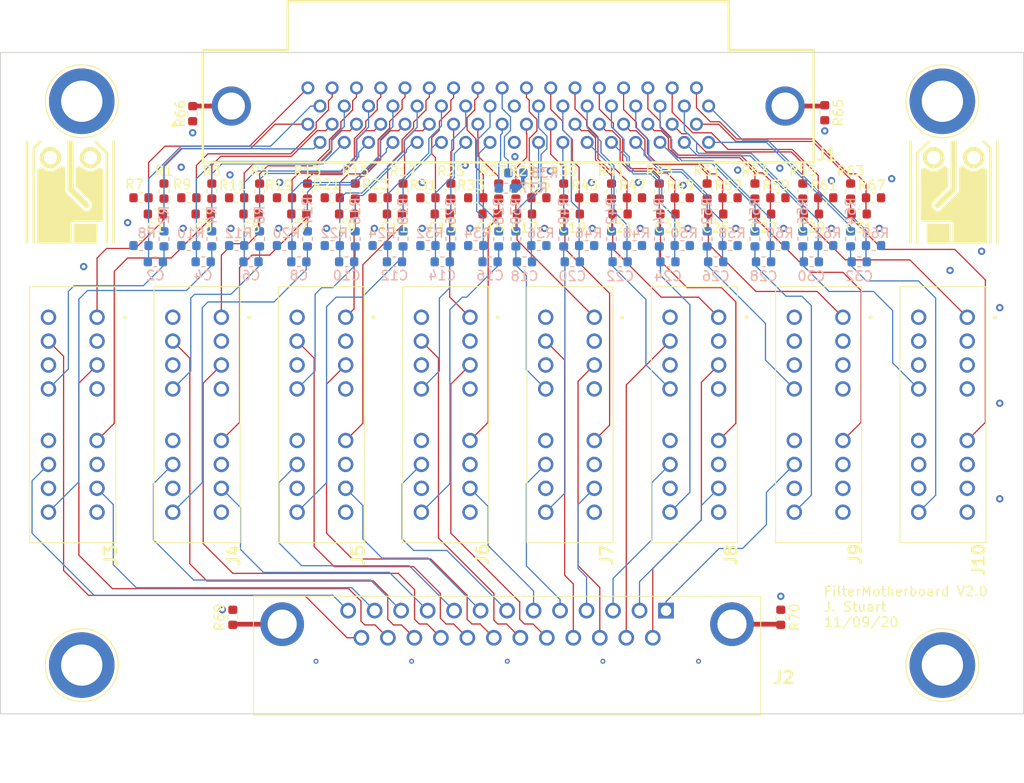
<source format=kicad_pcb>
(kicad_pcb (version 20211014) (generator pcbnew)
  (layers (0 "F.Cu" signal) (1 "In1.Cu" mixed) (2 "In2.Cu" mixed) (31 "B.Cu" signal) (34 "B.Paste" user) (35 "F.Paste" user) (36 "B.SilkS" user "B.Silkscreen") (37 "F.SilkS" user "F.Silkscreen") (38 "B.Mask" user) (39 "F.Mask" user) (44 "Edge.Cuts" user))
  (net 0 "")
  (net 1 "/Z_IN_1_N")
  (net 2 "/F_IN_1")
  (net 3 "/Z_IN_2_N")
  (net 4 "/F_IN_2")
  (net 5 "/F_IN_3")
  (net 6 "/Z_IN_3_N")
  (net 7 "/F_IN_4")
  (net 8 "/Z_IN_4_N")
  (net 9 "/F_IN_5")
  (net 10 "/Z_IN_5_N")
  (net 11 "/Z_IN_6_N")
  (net 12 "/F_IN_6")
  (net 13 "/Z_IN_7_N")
  (net 14 "/F_IN_7")
  (net 15 "/Z_IN_8_N")
  (net 16 "/F_IN_8")
  (net 17 "/F_IN_9")
  (net 18 "/Z_IN_9_N")
  (net 19 "/F_IN_10")
  (net 20 "/Z_IN_10_N")
  (net 21 "/F_IN_11")
  (net 22 "/Z_IN_11_N")
  (net 23 "/F_IN_12")
  (net 24 "/Z_IN_12_N")
  (net 25 "/Z_IN_13_N")
  (net 26 "/F_IN_13")
  (net 27 "/Z_IN_14_N")
  (net 28 "/F_IN_14")
  (net 29 "/Z_IN_15_N")
  (net 30 "/F_IN_15")
  (net 31 "/F_IN_16")
  (net 32 "/Z_IN_16_N")
  (net 33 "/Z_IN_17_N")
  (net 34 "/F_IN_17")
  (net 35 "/F_IN_18")
  (net 36 "/Z_IN_18_N")
  (net 37 "/F_IN_19")
  (net 38 "/Z_IN_19_N")
  (net 39 "/Z_IN_20_N")
  (net 40 "/F_IN_20")
  (net 41 "/F_IN_21")
  (net 42 "/Z_IN_21_N")
  (net 43 "/Z_IN_22_N")
  (net 44 "/F_IN_22")
  (net 45 "/F_IN_23")
  (net 46 "/Z_IN_23_N")
  (net 47 "/Z_IN_24_N")
  (net 48 "/F_IN_24")
  (net 49 "/Z_IN_25_N")
  (net 50 "/F_IN_25")
  (net 51 "/F_IN_26")
  (net 52 "/Z_IN_26_N")
  (net 53 "/Z_IN_27_N")
  (net 54 "/F_IN_27")
  (net 55 "/Z_IN_28_N")
  (net 56 "/F_IN_28")
  (net 57 "/F_IN_29")
  (net 58 "/Z_IN_29_N")
  (net 59 "/F_IN_30")
  (net 60 "/Z_IN_30_N")
  (net 61 "/Z_IN_31_N")
  (net 62 "/F_IN_31")
  (net 63 "/F_IN_32")
  (net 64 "/Z_IN_32_N")
  (net 65 "/Z_IN_1_P")
  (net 66 "/Z_IN_2_P")
  (net 67 "/Z_IN_3_P")
  (net 68 "/Z_IN_4_P")
  (net 69 "/Z_IN_5_P")
  (net 70 "/Z_IN_6_P")
  (net 71 "/Z_IN_7_P")
  (net 72 "/Z_IN_8_P")
  (net 73 "/Z_IN_9_P")
  (net 74 "/Z_IN_10_P")
  (net 75 "/Z_IN_11_P")
  (net 76 "/Z_IN_12_P")
  (net 77 "/Z_IN_13_P")
  (net 78 "/Z_IN_14_P")
  (net 79 "/Z_IN_15_P")
  (net 80 "/Z_IN_16_P")
  (net 81 "Net-(J1-Pad17)")
  (net 82 "Net-(J1-Pad18)")
  (net 83 "/Z_IN_17_P")
  (net 84 "/Z_IN_18_P")
  (net 85 "/Z_IN_19_P")
  (net 86 "/Z_IN_20_P")
  (net 87 "/Z_IN_21_P")
  (net 88 "/Z_IN_22_P")
  (net 89 "/Z_IN_23_P")
  (net 90 "/Z_IN_24_P")
  (net 91 "/Z_IN_25_P")
  (net 92 "/Z_IN_26_P")
  (net 93 "/Z_IN_27_P")
  (net 94 "/Z_IN_28_P")
  (net 95 "/Z_IN_29_P")
  (net 96 "/Z_IN_30_P")
  (net 97 "/Z_IN_31_P")
  (net 98 "/Z_IN_32_P")
  (net 99 "Net-(J1-Pad51)")
  (net 100 "Net-(J1-Pad52)")
  (net 101 "Net-(J1-Pad69)")
  (net 102 "Net-(J1-Pad70)")
  (net 103 "/F_OUT_1")
  (net 104 "/F_OUT_2")
  (net 105 "/F_OUT_3")
  (net 106 "/F_OUT_4")
  (net 107 "/F_OUT_5")
  (net 108 "/F_OUT_6")
  (net 109 "/F_OUT_7")
  (net 110 "/F_OUT_8")
  (net 111 "/F_OUT_9")
  (net 112 "/F_OUT_10")
  (net 113 "/F_OUT_11")
  (net 114 "/F_OUT_12")
  (net 115 "/F_OUT_13")
  (net 116 "/F_OUT_14")
  (net 117 "/F_OUT_15")
  (net 118 "/F_OUT_16")
  (net 119 "/F_OUT_17")
  (net 120 "/F_OUT_18")
  (net 121 "/F_OUT_19")
  (net 122 "/F_OUT_20")
  (net 123 "/F_OUT_21")
  (net 124 "/F_OUT_22")
  (net 125 "/F_OUT_23")
  (net 126 "/F_OUT_24")
  (net 127 "/F_OUT_25")
  (net 128 "Net-(J2-PadMH1)")
  (net 129 "Net-(J2-PadMH2)")
  (net 130 "GND")
  (net 131 "/F_OUT_28")
  (net 132 "/F_OUT_26")
  (net 133 "/F_OUT_27")
  (net 134 "/F_OUT_29")
  (net 135 "/F_OUT_31")
  (net 136 "/F_OUT_30")
  (net 137 "/F_OUT_32")
  (footprint "ElectrodeFilterAdapters:458440004" (layer "F.Cu") (at 77.1 52 90)
    (fp_text reference "J3")
    (fp_text value "45844-0004" hide)
  )
  (footprint "ElectrodeFilterAdapters:458440004" (layer "F.Cu") (at 103.1 52 90)
    (fp_text reference "J5")
    (fp_text value "45844-0004" hide)
  )
  (footprint "ElectrodeFilterAdapters:458440004" (layer "F.Cu") (at 129.1 52 90)
    (fp_text reference "J7")
    (fp_text value "45844-0004" hide)
  )
  (footprint "ElectrodeFilterAdapters:458440004" (layer "F.Cu") (at 155.1 52 90)
    (fp_text reference "J9")
    (fp_text value "45844-0004" hide)
  )
  (footprint "ElectrodeFilterAdapters:458440004" (layer "F.Cu") (at 168.1 52 90)
    (fp_text reference "J10")
    (fp_text value "45844-0004" hide)
  )
  (footprint "Resistor_SMD:R_0603_1608Metric" (layer "F.Cu") (at 89.1 38.8 90)
    (fp_text reference "R3")
    (fp_text value "R")
  )
  (footprint "Resistor_SMD:R_0603_1608Metric" (layer "F.Cu") (at 94.1 38.8 90)
    (fp_text reference "R5")
    (fp_text value "R")
  )
  (footprint "Resistor_SMD:R_0603_1608Metric" (layer "F.Cu") (at 81.7 39.5)
    (fp_text reference "R7")
    (fp_text value "R")
  )
  (footprint "Resistor_SMD:R_0603_1608Metric" (layer "F.Cu") (at 86.7 39.5)
    (fp_text reference "R9")
    (fp_text value "R")
  )
  (footprint "Resistor_SMD:R_0603_1608Metric" (layer "F.Cu") (at 91.7 39.5)
    (fp_text reference "R11")
    (fp_text value "R")
  )
  (footprint "Resistor_SMD:R_0603_1608Metric" (layer "F.Cu") (at 99.1 38.8 90)
    (fp_text reference "R13")
    (fp_text value "R")
  )
  (footprint "Resistor_SMD:R_0603_1608Metric" (layer "F.Cu") (at 104.1 38.8 90)
    (fp_text reference "R15")
    (fp_text value "R")
  )
  (footprint "Resistor_SMD:R_0603_1608Metric" (layer "F.Cu") (at 109.1 38.8 90)
    (fp_text reference "R17")
    (fp_text value "R")
  )
  (footprint "Resistor_SMD:R_0603_1608Metric" (layer "F.Cu") (at 96.7 39.5)
    (fp_text reference "R19")
    (fp_text value "R")
  )
  (footprint "Resistor_SMD:R_0603_1608Metric" (layer "F.Cu") (at 101.7 39.5)
    (fp_text reference "R21")
    (fp_text value "R")
  )
  (footprint "Resistor_SMD:R_0603_1608Metric" (layer "F.Cu") (at 106.7 39.5)
    (fp_text reference "R23")
    (fp_text value "R")
  )
  (footprint "Resistor_SMD:R_0603_1608Metric" (layer "F.Cu") (at 114.1 38.8 90)
    (fp_text reference "R25")
    (fp_text value "R")
  )
  (footprint "Resistor_SMD:R_0603_1608Metric" (layer "F.Cu") (at 119.1 38.8 90)
    (fp_text reference "R27")
    (fp_text value "R")
  )
  (footprint "Resistor_SMD:R_0603_1608Metric" (layer "F.Cu") (at 120.9 38.8 90)
    (fp_text reference "R29")
    (fp_text value "R")
  )
  (footprint "Resistor_SMD:R_0603_1608Metric" (layer "F.Cu") (at 111.7 39.5)
    (fp_text reference "R31")
    (fp_text value "R")
  )
  (footprint "Resistor_SMD:R_0603_1608Metric" (layer "F.Cu") (at 116.7 39.5)
    (fp_text reference "R33")
    (fp_text value "R")
  )
  (footprint "Resistor_SMD:R_0603_1608Metric" (layer "F.Cu") (at 123.3 39.5 180)
    (fp_text reference "R35")
    (fp_text value "R")
  )
  (footprint "Resistor_SMD:R_0603_1608Metric" (layer "F.Cu") (at 125.9 38.8 90)
    (fp_text reference "R39")
    (fp_text value "R")
  )
  (footprint "Resistor_SMD:R_0603_1608Metric" (layer "F.Cu") (at 135.9 38.8 90)
    (fp_text reference "R43")
    (fp_text value "R")
  )
  (footprint "Resistor_SMD:R_0603_1608Metric" (layer "F.Cu") (at 128.3 39.5 180)
    (fp_text reference "R45")
    (fp_text value "R")
  )
  (footprint "Resistor_SMD:R_0603_1608Metric" (layer "F.Cu") (at 133.3 39.5 180)
    (fp_text reference "R47")
    (fp_text value "R")
  )
  (footprint "Resistor_SMD:R_0603_1608Metric" (layer "F.Cu") (at 138.3 39.5 180)
    (fp_text reference "R49")
    (fp_text value "R")
  )
  (footprint "Resistor_SMD:R_0603_1608Metric" (layer "F.Cu") (at 140.9 38.8 90)
    (fp_text reference "R51")
    (fp_text value "R")
  )
  (footprint "Resistor_SMD:R_0603_1608Metric" (layer "F.Cu") (at 145.9 38.8 90)
    (fp_text reference "R53")
    (fp_text value "R")
  )
  (footprint "Resistor_SMD:R_0603_1608Metric" (layer "F.Cu") (at 150.9 38.8 90)
    (fp_text reference "R55")
    (fp_text value "R")
  )
  (footprint "Resistor_SMD:R_0603_1608Metric" (layer "F.Cu") (at 143.3 39.5 180)
    (fp_text reference "R57")
    (fp_text value "R")
  )
  (footprint "Resistor_SMD:R_0603_1608Metric" (layer "F.Cu") (at 148.3 39.5 180)
    (fp_text reference "R59")
    (fp_text value "R")
  )
  (footprint "Resistor_SMD:R_0603_1608Metric" (layer "F.Cu") (at 153.3 39.5 180)
    (fp_text reference "R61")
    (fp_text value "R")
  )
  (footprint "Resistor_SMD:R_0603_1608Metric" (layer "F.Cu") (at 155.9 38.8 90)
    (fp_text reference "R63")
    (fp_text value "R")
  )
  (footprint "Resistor_SMD:R_0603_1608Metric" (layer "F.Cu") (at 153.2 30.6 -90)
    (fp_text reference "R65")
    (fp_text value "R")
  )
  (footprint "Resistor_SMD:R_0603_1608Metric" (layer "F.Cu") (at 87.1 30.7 -90)
    (fp_text reference "R66")
    (fp_text value "R")
  )
  (footprint "Resistor_SMD:R_0603_1608Metric" (layer "F.Cu") (at 158.3 39.5 180)
    (fp_text reference "R67")
    (fp_text value "R")
  )
  (footprint "Resistor_SMD:R_0603_1608Metric" (layer "F.Cu") (at 91.3 83.4 -90)
    (fp_text reference "R69")
    (fp_text value "R")
  )
  (footprint "Resistor_SMD:R_0603_1608Metric" (layer "F.Cu") (at 148.6 83.4 -90)
    (fp_text reference "R70")
    (fp_text value "R")
  )
  (footprint "ElectrodeFilterAdapters:458440004" (layer "F.Cu") (at 116.1 52 90)
    (fp_text reference "J6")
    (fp_text value "45844-0004" hide)
  )
  (footprint "Capacitor_SMD:C_0603_1608Metric" (layer "F.Cu") (at 88.2 41.2)
    (fp_text reference "C3")
    (fp_text value "C")
  )
  (footprint "Capacitor_SMD:C_0603_1608Metric" (layer "F.Cu") (at 93.2 41.2)
    (fp_text reference "C5")
    (fp_text value "C")
  )
  (footprint "Capacitor_SMD:C_0603_1608Metric" (layer "F.Cu") (at 98.2 41.2)
    (fp_text reference "C7")
    (fp_text value "C")
  )
  (footprint "Capacitor_SMD:C_0603_1608Metric" (layer "F.Cu") (at 103.2 41.2)
    (fp_text reference "C9")
    (fp_text value "C")
  )
  (footprint "Capacitor_SMD:C_0603_1608Metric" (layer "F.Cu") (at 108.2 41.2)
    (fp_text reference "C11")
    (fp_text value "C")
  )
  (footprint "Capacitor_SMD:C_0603_1608Metric" (layer "F.Cu") (at 113.2 41.2)
    (fp_text reference "C13")
    (fp_text value "C")
  )
  (footprint "Capacitor_SMD:C_0603_1608Metric" (layer "F.Cu") (at 118.2 41.2)
    (fp_text reference "C15")
    (fp_text value "C")
  )
  (footprint "Capacitor_SMD:C_0603_1608Metric" (layer "F.Cu") (at 121.8 41.2 180)
    (fp_text reference "C17")
    (fp_text value "C")
  )
  (footprint "Capacitor_SMD:C_0603_1608Metric" (layer "F.Cu") (at 126.8 41.2 180)
    (fp_text reference "C19")
    (fp_text value "C")
  )
  (footprint "Capacitor_SMD:C_0603_1608Metric" (layer "F.Cu") (at 131.8 41.2 180)
    (fp_text reference "C21")
    (fp_text value "C")
  )
  (footprint "Capacitor_SMD:C_0603_1608Metric" (layer "F.Cu") (at 136.8 41.2 180)
    (fp_text reference "C23")
    (fp_text value "C")
  )
  (footprint "Capacitor_SMD:C_0603_1608Metric" (layer "F.Cu") (at 141.8 41.2 180)
    (fp_text reference "C25")
    (fp_text value "C")
  )
  (footprint "Capacitor_SMD:C_0603_1608Metric" (layer "F.Cu") (at 146.8 41.2 180)
    (fp_text reference "C27")
    (fp_text value "C")
  )
  (footprint "Capacitor_SMD:C_0603_1608Metric" (layer "F.Cu") (at 151.8 41.2 180)
    (fp_text reference "C29")
    (fp_text value "C")
  )
  (footprint "Capacitor_SMD:C_0603_1608Metric" (layer "F.Cu") (at 156.8 41.2 180)
    (fp_text reference "C31")
    (fp_text value "C")
  )
  (footprint "Resistor_SMD:R_0603_1608Metric" (layer "F.Cu") (at 84.1 38.8 90)
    (fp_text reference "R1")
    (fp_text value "R")
  )
  (footprint "Capacitor_SMD:C_0603_1608Metric" (layer "F.Cu") (at 83.2 41.2)
    (fp_text reference "C1")
    (fp_text value "C")
  )
  (footprint "ElectrodeFilterAdapters:458440004" (layer "F.Cu") (at 142.1 52 90)
    (fp_text reference "J8")
    (fp_text value "45844-0004" hide)
  )
  (footprint "ElectrodeFilterAdapters:458440004" (layer "F.Cu") (at 90.1 52 90)
    (fp_text reference "J4")
    (fp_text value "45844-0004" hide)
  )
  (footprint "Resistor_SMD:R_0603_1608Metric" (layer "F.Cu") (at 130.9 38.8 90)
    (fp_text reference "R41")
    (fp_text value "R")
  )
  (footprint "ElectrodeFilterAdapters:5787082-7_1" (layer "F.Cu") (at 120.1 29.9 180)
    (fp_text reference "J1")
    (fp_text value "HD68" hide)
  )
  (footprint "ElectrodeFilterAdapters:182025213R181" (layer "F.Cu") (at 136.6 82.7)
    (fp_text reference "J2")
    (fp_text value "182-025-213R181" hide)
  )
  (footprint "ElectrodeFilterAdapters:MountingHole_8-32" (layer "F.Cu") (at 75.5 29.4)
    (fp_text reference "REF**" hide)
    (fp_text value "MountingHole_8-32")
  )
  (footprint "ElectrodeFilterAdapters:MountingHole_8-32" (layer "F.Cu") (at 165.5 29.4)
    (fp_text reference "REF**" hide)
    (fp_text value "MountingHole_8-32")
  )
  (footprint "ElectrodeFilterAdapters:MountingHole_8-32" (layer "F.Cu") (at 165.5 88.4)
    (fp_text reference "REF**" hide)
    (fp_text value "MountingHole_8-32")
  )
  (footprint "ElectrodeFilterAdapters:MountingHole_8-32" (layer "F.Cu") (at 75.5 88.4)
    (fp_text reference "REF**" hide)
    (fp_text value "MountingHole_8-32")
  )
  (footprint "ElectrodeFilterAdapters:silkface_mirror" (layer "F.Cu") (at 74.3 38.9)
    (fp_text reference "REF**" hide)
    (fp_text value "silkface_mirror")
  )
  (footprint "ElectrodeFilterAdapters:silkface" (layer "F.Cu") (at 166.7 38.9)
    (fp_text reference "G***" hide)
    (fp_text value "LOGO" hide)
  )
  (footprint "Resistor_SMD:R_0603_1608Metric" (layer "B.Cu") (at 89.1 43.8 90)
    (fp_text reference "R4")
    (fp_text value "R")
  )
  (footprint "Resistor_SMD:R_0603_1608Metric" (layer "B.Cu") (at 94.1 43.8 90)
    (fp_text reference "R6")
    (fp_text value "R")
  )
  (footprint "Resistor_SMD:R_0603_1608Metric" (layer "B.Cu") (at 91.7 44.5)
    (fp_text reference "R12")
    (fp_text value "R")
  )
  (footprint "Resistor_SMD:R_0603_1608Metric" (layer "B.Cu") (at 99.1 43.8 90)
    (fp_text reference "R14")
    (fp_text value "R")
  )
  (footprint "Resistor_SMD:R_0603_1608Metric" (layer "B.Cu") (at 104.1 43.8 90)
    (fp_text reference "R16")
    (fp_text value "R")
  )
  (footprint "Resistor_SMD:R_0603_1608Metric" (layer "B.Cu") (at 109.1 43.8 90)
    (fp_text reference "R18")
    (fp_text value "R")
  )
  (footprint "Resistor_SMD:R_0603_1608Metric" (layer "B.Cu") (at 106.7 44.5)
    (fp_text reference "R24")
    (fp_text value "R")
  )
  (footprint "Resistor_SMD:R_0603_1608Metric" (layer "B.Cu") (at 114.1 43.8 90)
    (fp_text reference "R26")
    (fp_text value "R")
  )
  (footprint "Resistor_SMD:R_0603_1608Metric" (layer "B.Cu") (at 119.1 43.8 90)
    (fp_text reference "R28")
    (fp_text value "R")
  )
  (footprint "Resistor_SMD:R_0603_1608Metric" (layer "B.Cu") (at 120.9 43.8 90)
    (fp_text reference "R30")
    (fp_text value "R")
  )
  (footprint "Resistor_SMD:R_0603_1608Metric" (layer "B.Cu") (at 111.7 44.5)
    (fp_text reference "R32")
    (fp_text value "R")
  )
  (footprint "Resistor_SMD:R_0603_1608Metric" (layer "B.Cu") (at 116.7 44.5)
    (fp_text reference "R34")
    (fp_text value "R")
  )
  (footprint "Resistor_SMD:R_0603_1608Metric" (layer "B.Cu") (at 123.3 44.5 180)
    (fp_text reference "R36")
    (fp_text value "R")
  )
  (footprint "Resistor_SMD:R_0603_1608Metric" (layer "B.Cu") (at 119.9 38.5)
    (fp_text reference "R37")
    (fp_text value "R")
  )
  (footprint "Resistor_SMD:R_0603_1608Metric" (layer "B.Cu") (at 120.9 36.9)
    (fp_text reference "R38")
    (fp_text value "R")
  )
  (footprint "Resistor_SMD:R_0603_1608Metric" (layer "B.Cu") (at 125.9 43.8 90)
    (fp_text reference "R40")
    (fp_text value "R")
  )
  (footprint "Resistor_SMD:R_0603_1608Metric" (layer "B.Cu") (at 130.9 43.8 90)
    (fp_text reference "R42")
    (fp_text value "R")
  )
  (footprint "Resistor_SMD:R_0603_1608Metric" (layer "B.Cu") (at 135.9 43.8 90)
    (fp_text reference "R44")
    (fp_text value "R")
  )
  (footprint "Resistor_SMD:R_0603_1608Metric" (layer "B.Cu") (at 128.3 44.5 180)
    (fp_text reference "R46")
    (fp_text value "R")
  )
  (footprint "Resistor_SMD:R_0603_1608Metric" (layer "B.Cu") (at 133.3 44.5 180)
    (fp_text reference "R48")
    (fp_text value "R")
  )
  (footprint "Resistor_SMD:R_0603_1608Metric" (layer "B.Cu") (at 138.3 44.5 180)
    (fp_text reference "R50")
    (fp_text value "R")
  )
  (footprint "Resistor_SMD:R_0603_1608Metric" (layer "B.Cu") (at 140.9 43.8 90)
    (fp_text reference "R52")
    (fp_text value "R")
  )
  (footprint "Resistor_SMD:R_0603_1608Metric" (layer "B.Cu") (at 145.9 43.8 90)
    (fp_text reference "R54")
    (fp_text value "R")
  )
  (footprint "Resistor_SMD:R_0603_1608Metric" (layer "B.Cu") (at 150.9 43.8 90)
    (fp_text reference "R56")
    (fp_text value "R")
  )
  (footprint "Resistor_SMD:R_0603_1608Metric" (layer "B.Cu") (at 143.3 44.5 180)
    (fp_text reference "R58")
    (fp_text value "R")
  )
  (footprint "Resistor_SMD:R_0603_1608Metric" (layer "B.Cu") (at 148.3 44.5 180)
    (fp_text reference "R60")
    (fp_text value "R")
  )
  (footprint "Resistor_SMD:R_0603_1608Metric" (layer "B.Cu") (at 153.3 44.5 180)
    (fp_text reference "R62")
    (fp_text value "R")
  )
  (footprint "Resistor_SMD:R_0603_1608Metric" (layer "B.Cu") (at 155.9 43.8 90)
    (fp_text reference "R64")
    (fp_text value "R")
  )
  (footprint "Resistor_SMD:R_0603_1608Metric" (layer "B.Cu") (at 158.3 44.5 180)
    (fp_text reference "R68")
    (fp_text value "R")
  )
  (footprint "Capacitor_SMD:C_0603_1608Metric" (layer "B.Cu") (at 88.2 46.2)
    (fp_text reference "C4")
    (fp_text value "C")
  )
  (footprint "Capacitor_SMD:C_0603_1608Metric" (layer "B.Cu") (at 93.2 46.2)
    (fp_text reference "C6")
    (fp_text value "C")
  )
  (footprint "Capacitor_SMD:C_0603_1608Metric" (layer "B.Cu") (at 98.2 46.2)
    (fp_text reference "C8")
    (fp_text value "C")
  )
  (footprint "Capacitor_SMD:C_0603_1608Metric" (layer "B.Cu") (at 108.2 46.2)
    (fp_text reference "C12")
    (fp_text value "C")
  )
  (footprint "Capacitor_SMD:C_0603_1608Metric" (layer "B.Cu") (at 113.2 46.2)
    (fp_text reference "C14")
    (fp_text value "C")
  )
  (footprint "Capacitor_SMD:C_0603_1608Metric" (layer "B.Cu") (at 118.2 46.2)
    (fp_text reference "C16")
    (fp_text value "C")
  )
  (footprint "Capacitor_SMD:C_0603_1608Metric" (layer "B.Cu") (at 121.8 46.2 180)
    (fp_text reference "C18")
    (fp_text value "C")
  )
  (footprint "Capacitor_SMD:C_0603_1608Metric" (layer "B.Cu") (at 126.8 46.2 180)
    (fp_text reference "C20")
    (fp_text value "C")
  )
  (footprint "Capacitor_SMD:C_0603_1608Metric" (layer "B.Cu") (at 131.8 46.2 180)
    (fp_text reference "C22")
    (fp_text value "C")
  )
  (footprint "Capacitor_SMD:C_0603_1608Metric" (layer "B.Cu") (at 136.8 46.2 180)
    (fp_text reference "C24")
    (fp_text value "C")
  )
  (footprint "Capacitor_SMD:C_0603_1608Metric" (layer "B.Cu") (at 141.8 46.2 180)
    (fp_text reference "C26")
    (fp_text value "C")
  )
  (footprint "Capacitor_SMD:C_0603_1608Metric" (layer "B.Cu") (at 151.8 46.2 180)
    (fp_text reference "C30")
    (fp_text value "C")
  )
  (footprint "Capacitor_SMD:C_0603_1608Metric" (layer "B.Cu") (at 156.8 46.2 180)
    (fp_text reference "C32")
    (fp_text value "C")
  )
  (footprint "Resistor_SMD:R_0603_1608Metric" (layer "B.Cu") (at 86.7 44.5)
    (fp_text reference "R10")
    (fp_text value "R")
  )
  (footprint "Capacitor_SMD:C_0603_1608Metric" (layer "B.Cu") (at 103.2 46.2)
    (fp_text reference "C10")
    (fp_text value "C")
  )
  (footprint "Resistor_SMD:R_0603_1608Metric" (layer "B.Cu") (at 101.7 44.5)
    (fp_text reference "R22")
    (fp_text value "R")
  )
  (footprint "Capacitor_SMD:C_0603_1608Metric" (layer "B.Cu") (at 83.2 46.2)
    (fp_text reference "C2")
    (fp_text value "C")
  )
  (footprint "Resistor_SMD:R_0603_1608Metric" (layer "B.Cu") (at 81.7 44.5)
    (fp_text reference "R8")
    (fp_text value "R")
  )
  (footprint "Resistor_SMD:R_0603_1608Metric" (layer "B.Cu") (at 84.1 43.8 90)
    (fp_text reference "R2")
    (fp_text value "R")
  )
  (footprint "Resistor_SMD:R_0603_1608Metric" (layer "B.Cu") (at 96.7 44.5)
    (fp_text reference "R20")
    (fp_text value "R")
  )
  (footprint "Capacitor_SMD:C_0603_1608Metric" (layer "B.Cu") (at 146.8 46.2 180)
    (fp_text reference "C28")
    (fp_text value "C")
  )
  (gr_line (start 67 93.5) (end 67 24.3) (layer "Edge.Cuts") (width 0.1))
  (gr_line (start 174 24.3) (end 174 93.5) (layer "Edge.Cuts") (width 0.1))
  (gr_line (start 174 93.5) (end 67 93.5) (layer "Edge.Cuts") (width 0.1))
  (gr_line (start 67 24.3) (end 174 24.3) (layer "Edge.Cuts") (width 0.1))
  (gr_text "FilterMotherboard V2.0\nJ. Stuart\n11/09/20" (at 153 82.3) (layer "F.SilkS") (effects (font (size 1 1)) (justify left)))
  (segment (start 84.2 34.1) (end 82.4875 35.8125) (width 0.127) (layer "F.Cu") (net 1))
  (segment (start 82.4875 35.8125) (end 82.4875 39.5) (width 0.127) (layer "F.Cu") (net 1))
  (segment (start 93.045 34.1) (end 84.2 34.1) (width 0.127) (layer "F.Cu") (net 1))
  (segment (start 82.4875 41.1375) (end 82.425 41.2) (width 0.127) (layer "F.Cu") (net 1))
  (segment (start 82.4875 39.5) (end 82.4875 41.1375) (width 0.127) (layer "F.Cu") (net 1))
  (segment (start 99.145 28) (end 93.045 34.1) (width 0.127) (layer "F.Cu") (net 1))
  (segment (start 78.1 44.8) (end 77.1 45.8) (width 0.127) (layer "F.Cu") (net 2))
  (segment (start 77.1 45.8) (end 77.1 52) (width 0.127) (layer "F.Cu") (net 2))
  (segment (start 83.975 41.2) (end 83.975 41.925) (width 0.127) (layer "F.Cu") (net 2))
  (segment (start 81.1 44.8) (end 78.1 44.8) (width 0.127) (layer "F.Cu") (net 2))
  (segment (start 83.975 41.925) (end 81.1 44.8) (width 0.127) (layer "F.Cu") (net 2))
  (segment (start 84.1 39.5875) (end 84.1 41.075) (width 0.127) (layer "F.Cu") (net 2))
  (segment (start 84.1 41.075) (end 83.975 41.2) (width 0.127) (layer "F.Cu") (net 2))
  (segment (start 82.4875 44.5) (end 82.4875 46.1375) (width 0.127) (layer "B.Cu") (net 3))
  (segment (start 99.453335 29.9) (end 95.253335 34.1) (width 0.127) (layer "B.Cu") (net 3))
  (segment (start 95.253335 34.1) (end 85.9 34.1) (width 0.127) (layer "B.Cu") (net 3))
  (segment (start 82.4875 37.5125) (end 82.4875 44.5) (width 0.127) (layer "B.Cu") (net 3))
  (segment (start 85.9 34.1) (end 82.4875 37.5125) (width 0.127) (layer "B.Cu") (net 3))
  (segment (start 100.415 29.9) (end 99.453335 29.9) (width 0.127) (layer "B.Cu") (net 3))
  (segment (start 82.4875 46.1375) (end 82.425 46.2) (width 0.127) (layer "B.Cu") (net 3))
  (segment (start 83.975 46.675) (end 81.95 48.7) (width 0.127) (layer "B.Cu") (net 4))
  (segment (start 74.1 49.3) (end 74.1 57.42) (width 0.127) (layer "B.Cu") (net 4))
  (segment (start 74.1 57.42) (end 72.02 59.5) (width 0.127) (layer "B.Cu") (net 4))
  (segment (start 74.7 48.7) (end 74.1 49.3) (width 0.127) (layer "B.Cu") (net 4))
  (segment (start 83.975 46.2) (end 83.975 46.675) (width 0.127) (layer "B.Cu") (net 4))
  (segment (start 84.1 46.075) (end 83.975 46.2) (width 0.127) (layer "B.Cu") (net 4))
  (segment (start 84.1 44.5875) (end 84.1 46.075) (width 0.127) (layer "B.Cu") (net 4))
  (segment (start 81.95 48.7) (end 74.7 48.7) (width 0.127) (layer "B.Cu") (net 4))
  (segment (start 88.975 41.675) (end 84.85 45.8) (width 0.127) (layer "F.Cu") (net 5))
  (segment (start 80.3 45.8) (end 78.9 47.2) (width 0.127) (layer "F.Cu") (net 5))
  (segment (start 89.1 41.075) (end 88.975 41.2) (width 0.127) (layer "F.Cu") (net 5))
  (segment (start 88.975 41.2) (end 88.975 41.675) (width 0.127) (layer "F.Cu") (net 5))
  (segment (start 78.9 47.2) (end 78.9 63.1) (width 0.127) (layer "F.Cu") (net 5))
  (segment (start 89.1 39.5875) (end 89.1 41.075) (width 0.127) (layer "F.Cu") (net 5))
  (segment (start 84.85 45.8) (end 80.3 45.8) (width 0.127) (layer "F.Cu") (net 5))
  (segment (start 78.9 63.1) (end 77.1 64.9) (width 0.127) (layer "F.Cu") (net 5))
  (segment (start 101.3 29.346665) (end 101.3 30.303342) (width 0.127) (layer "F.Cu") (net 6))
  (segment (start 87.4875 41.1375) (end 87.425 41.2) (width 0.127) (layer "F.Cu") (net 6))
  (segment (start 87.4875 36.1125) (end 87.4875 39.5) (width 0.127) (layer "F.Cu") (net 6))
  (segment (start 88.7 34.9) (end 87.4875 36.1125) (width 0.127) (layer "F.Cu") (net 6))
  (segment (start 101.685 28.961665) (end 101.3 29.346665) (width 0.127) (layer "F.Cu") (net 6))
  (segment (start 87.4875 39.5) (end 87.4875 41.1375) (width 0.127) (layer "F.Cu") (net 6))
  (segment (start 100.015501 32.217841) (end 97.333342 34.9) (width 0.127) (layer "F.Cu") (net 6))
  (segment (start 101.685 28) (end 101.685 28.961665) (width 0.127) (layer "F.Cu") (net 6))
  (segment (start 97.333342 34.9) (end 88.7 34.9) (width 0.127) (layer "F.Cu") (net 6))
  (segment (start 101.3 30.303342) (end 100.015501 31.587841) (width 0.127) (layer "F.Cu") (net 6))
  (segment (start 100.015501 31.587841) (end 100.015501 32.217841) (width 0.127) (layer "F.Cu") (net 6))
  (segment (start 75.2 69.22) (end 72.2 72.22) (width 0.127) (layer "B.Cu") (net 7))
  (segment (start 76.1 49.2) (end 75.2 50.1) (width 0.127) (layer "B.Cu") (net 7))
  (segment (start 89.1 46.075) (end 88.975 46.2) (width 0.127) (layer "B.Cu") (net 7))
  (segment (start 72.2 72.22) (end 72.02 72.4) (width 0.127) (layer "B.Cu") (net 7))
  (segment (start 88.975 46.675) (end 86.45 49.2) (width 0.127) (layer "B.Cu") (net 7))
  (segment (start 86.45 49.2) (end 76.1 49.2) (width 0.127) (layer "B.Cu") (net 7))
  (segment (start 89.1 44.5875) (end 89.1 46.075) (width 0.127) (layer "B.Cu") (net 7))
  (segment (start 75.2 50.1) (end 75.2 69.22) (width 0.127) (layer "B.Cu") (net 7))
  (segment (start 88.975 46.2) (end 88.975 46.675) (width 0.127) (layer "B.Cu") (net 7))
  (segment (start 87.4875 46.1375) (end 87.425 46.2) (width 0.127) (layer "B.Cu") (net 8))
  (segment (start 89.3 35.7) (end 87.4875 37.5125) (width 0.127) (layer "B.Cu") (net 8))
  (segment (start 87.4875 44.5) (end 87.4875 46.1375) (width 0.127) (layer "B.Cu") (net 8))
  (segment (start 87.4875 37.5125) (end 87.4875 44.5) (width 0.127) (layer "B.Cu") (net 8))
  (segment (start 102.955 32.045) (end 101.6 33.4) (width 0.127) (layer "B.Cu") (net 8))
  (segment (start 102.955 29.9) (end 102.955 32.045) (width 0.127) (layer "B.Cu") (net 8))
  (segment (start 100.6 35.7) (end 89.3 35.7) (width 0.127) (layer "B.Cu") (net 8))
  (segment (start 101.6 34.7) (end 100.6 35.7) (width 0.127) (layer "B.Cu") (net 8))
  (segment (start 101.6 33.4) (end 101.6 34.7) (width 0.127) (layer "B.Cu") (net 8))
  (segment (start 94.1 41.075) (end 93.975 41.2) (width 0.127) (layer "F.Cu") (net 9))
  (segment (start 90.1 45.5) (end 91.3 44.3) (width 0.127) (layer "F.Cu") (net 9))
  (segment (start 93.975 43.225) (end 93.975 41.2) (width 0.127) (layer "F.Cu") (net 9))
  (segment (start 94.1 39.5875) (end 94.1 41.075) (width 0.127) (layer "F.Cu") (net 9))
  (segment (start 92.9 44.3) (end 93.975 43.225) (width 0.127) (layer "F.Cu") (net 9))
  (segment (start 90.1 52) (end 90.1 45.5) (width 0.127) (layer "F.Cu") (net 9))
  (segment (start 91.3 44.3) (end 92.9 44.3) (width 0.127) (layer "F.Cu") (net 9))
  (segment (start 103.825501 29.361164) (end 103.825501 30.317841) (width 0.127) (layer "F.Cu") (net 10))
  (segment (start 101.4 34.4) (end 99.9 35.9) (width 0.127) (layer "F.Cu") (net 10))
  (segment (start 92.4875 41.1375) (end 92.425 41.2) (width 0.127) (layer "F.Cu") (net 10))
  (segment (start 92.4875 39.5) (end 92.4875 41.1375) (width 0.127) (layer "F.Cu") (net 10))
  (segment (start 102.6 32.2) (end 101.4 33.4) (width 0.127) (layer "F.Cu") (net 10))
  (segment (start 104.225 28) (end 104.225 28.961665) (width 0.127) (layer "F.Cu") (net 10))
  (segment (start 93.5 35.9) (end 92.4875 36.9125) (width 0.127) (layer "F.Cu") (net 10))
  (segment (start 92.4875 36.9125) (end 92.4875 39.5) (width 0.127) (layer "F.Cu") (net 10))
  (segment (start 101.4 33.4) (end 101.4 34.4) (width 0.127) (layer "F.Cu") (net 10))
  (segment (start 99.9 35.9) (end 93.5 35.9) (width 0.127) (layer "F.Cu") (net 10))
  (segment (start 102.6 31.543342) (end 102.6 32.2) (width 0.127) (layer "F.Cu") (net 10))
  (segment (start 104.225 28.961665) (end 103.825501 29.361164) (width 0.127) (layer "F.Cu") (net 10))
  (segment (start 103.825501 30.317841) (end 102.6 31.543342) (width 0.127) (layer "F.Cu") (net 10))
  (segment (start 93.7 36.7) (end 92.4875 37.9125) (width 0.127) (layer "B.Cu") (net 11))
  (segment (start 105.495 32.105) (end 104.2 33.4) (width 0.127) (layer "B.Cu") (net 11))
  (segment (start 105.495 29.9) (end 105.495 32.105) (width 0.127) (layer "B.Cu") (net 11))
  (segment (start 102.6 36.7) (end 93.7 36.7) (width 0.127) (layer "B.Cu") (net 11))
  (segment (start 104.2 35.1) (end 102.6 36.7) (width 0.127) (layer "B.Cu") (net 11))
  (segment (start 92.4875 44.5) (end 92.4875 46.1375) (width 0.127) (layer "B.Cu") (net 11))
  (segment (start 92.4875 46.1375) (end 92.425 46.2) (width 0.127) (layer "B.Cu") (net 11))
  (segment (start 92.4875 37.9125) (end 92.4875 44.5) (width 0.127) (layer "B.Cu") (net 11))
  (segment (start 104.2 33.4) (end 104.2 35.1) (width 0.127) (layer "B.Cu") (net 11))
  (segment (start 93.975 46.725) (end 91.1 49.6) (width 0.127) (layer "B.Cu") (net 12))
  (segment (start 86.9 57.62) (end 85.02 59.5) (width 0.127) (layer "B.Cu") (net 12))
  (segment (start 86.9 50) (end 86.9 57.62) (width 0.127) (layer "B.Cu") (net 12))
  (segment (start 94.1 46.075) (end 93.975 46.2) (width 0.127) (layer "B.Cu") (net 12))
  (segment (start 94.1 44.5875) (end 94.1 46.075) (width 0.127) (layer "B.Cu") (net 12))
  (segment (start 91.1 49.6) (end 87.3 49.6) (width 0.127) (layer "B.Cu") (net 12))
  (segment (start 93.975 46.2) (end 93.975 46.725) (width 0.127) (layer "B.Cu") (net 12))
  (segment (start 87.3 49.6) (end 86.9 50) (width 0.127) (layer "B.Cu") (net 12))
  (segment (start 106.765 28) (end 106.765 28.961665) (width 0.127) (layer "F.Cu") (net 13))
  (segment (start 104.013342 33.3) (end 104.013342 35.386658) (width 0.127) (layer "F.Cu") (net 13))
  (segment (start 97.4875 39.5) (end 97.4875 41.1375) (width 0.127) (layer "F.Cu") (net 13))
  (segment (start 104.013342 35.386658) (end 102.6 36.8) (width 0.127) (layer "F.Cu") (net 13))
  (segment (start 105.2 31.483342) (end 105.2 32.113342) (width 0.127) (layer "F.Cu") (net 13))
  (segment (start 105.2 32.113342) (end 104.013342 33.3) (width 0.127) (layer "F.Cu") (net 13))
  (segment (start 102.6 36.8) (end 98.3 36.8) (width 0.127) (layer "F.Cu") (net 13))
  (segment (start 97.4875 41.1375) (end 97.425 41.2) (width 0.127) (layer "F.Cu") (net 13))
  (segment (start 97.4875 37.6125) (end 97.4875 39.5) (width 0.127) (layer "F.Cu") (net 13))
  (segment (start 98.3 36.8) (end 97.4875 37.6125) (width 0.127) (layer "F.Cu") (net 13))
  (segment (start 106.4 30.283342) (end 105.2 31.483342) (width 0.127) (layer "F.Cu") (net 13))
  (segment (start 106.765 28.961665) (end 106.4 29.326665) (width 0.127) (layer "F.Cu") (net 13))
  (segment (start 106.4 29.326665) (end 106.4 30.283342) (width 0.127) (layer "F.Cu") (net 13))
  (segment (start 92 63) (end 90.1 64.9) (width 0.127) (layer "F.Cu") (net 14))
  (segment (start 98.975 41.675) (end 95.15 45.5) (width 0.127) (layer "F.Cu") (net 14))
  (segment (start 93.3 45.5) (end 92 46.8) (width 0.127) (layer "F.Cu") (net 14))
  (segment (start 95.15 45.5) (end 93.3 45.5) (width 0.127) (layer "F.Cu") (net 14))
  (segment (start 98.975 41.2) (end 98.975 41.675) (width 0.127) (layer "F.Cu") (net 14))
  (segment (start 92 46.8) (end 92 63) (width 0.127) (layer "F.Cu") (net 14))
  (segment (start 99.1 39.5875) (end 99.1 41.075) (width 0.127) (layer "F.Cu") (net 14))
  (segment (start 99.1 41.075) (end 98.975 41.2) (width 0.127) (layer "F.Cu") (net 14))
  (segment (start 98.5 37.9) (end 97.4875 38.9125) (width 0.127) (layer "B.Cu") (net 15))
  (segment (start 108.035 32.065) (end 106.7 33.4) (width 0.127) (layer "B.Cu") (net 15))
  (segment (start 106.7 35) (end 103.8 37.9) (width 0.127) (layer "B.Cu") (net 15))
  (segment (start 103.8 37.9) (end 98.5 37.9) (width 0.127) (layer "B.Cu") (net 15))
  (segment (start 97.4875 46.1375) (end 97.425 46.2) (width 0.127) (layer "B.Cu") (net 15))
  (segment (start 97.4875 38.9125) (end 97.4875 44.5) (width 0.127) (layer "B.Cu") (net 15))
  (segment (start 97.4875 44.5) (end 97.4875 46.1375) (width 0.127) (layer "B.Cu") (net 15))
  (segment (start 106.7 33.4) (end 106.7 35) (width 0.127) (layer "B.Cu") (net 15))
  (segment (start 108.035 29.9) (end 108.035 32.065) (width 0.127) (layer "B.Cu") (net 15))
  (segment (start 88.7 50.4) (end 88.1 51) (width 0.127) (layer "B.Cu") (net 16))
  (segment (start 98.975 46.2) (end 98.975 47.025) (width 0.127) (layer "B.Cu") (net 16))
  (segment (start 99.1 44.5875) (end 99.1 46.075) (width 0.127) (layer "B.Cu") (net 16))
  (segment (start 98.975 47.025) (end 95.6 50.4) (width 0.127) (layer "B.Cu") (net 16))
  (segment (start 88.1 51) (end 88.1 69.32) (width 0.127) (layer "B.Cu") (net 16))
  (segment (start 99.1 46.075) (end 98.975 46.2) (width 0.127) (layer "B.Cu") (net 16))
  (segment (start 95.6 50.4) (end 88.7 50.4) (width 0.127) (layer "B.Cu") (net 16))
  (segment (start 88.1 69.32) (end 85.02 72.4) (width 0.127) (layer "B.Cu") (net 16))
  (segment (start 104.1 41.075) (end 103.975 41.2) (width 0.127) (layer "F.Cu") (net 17))
  (segment (start 104.1 39.5875) (end 104.1 41.075) (width 0.127) (layer "F.Cu") (net 17))
  (segment (start 103.975 51.125) (end 103.1 52) (width 0.127) (layer "F.Cu") (net 17))
  (segment (start 103.975 41.2) (end 103.975 51.125) (width 0.127) (layer "F.Cu") (net 17))
  (segment (start 109.305 28.961665) (end 109 29.266665) (width 0.127) (layer "F.Cu") (net 18))
  (segment (start 109 29.266665) (end 109 30.2) (width 0.127) (layer "F.Cu") (net 18))
  (segment (start 102.4875 37.9125) (end 102.4875 39.5) (width 0.127) (layer "F.Cu") (net 18))
  (segment (start 103.4 37) (end 102.4875 37.9125) (width 0.127) (layer "F.Cu") (net 18))
  (segment (start 107.7 32.2) (end 106.5 33.4) (width 0.127) (layer "F.Cu") (net 18))
  (segment (start 109 30.2) (end 107.7 31.5) (width 0.127) (layer "F.Cu") (net 18))
  (segment (start 109.305 28) (end 109.305 28.961665) (width 0.127) (layer "F.Cu") (net 18))
  (segment (start 102.4875 41.1375) (end 102.425 41.2) (width 0.127) (layer "F.Cu") (net 18))
  (segment (start 106.5 35.4) (end 104.9 37) (width 0.127) (layer "F.Cu") (net 18))
  (segment (start 107.7 31.5) (end 107.7 32.2) (width 0.127) (layer "F.Cu") (net 18))
  (segment (start 106.5 33.4) (end 106.5 35.4) (width 0.127) (layer "F.Cu") (net 18))
  (segment (start 102.4875 39.5) (end 102.4875 41.1375) (width 0.127) (layer "F.Cu") (net 18))
  (segment (start 104.9 37) (end 103.4 37) (width 0.127) (layer "F.Cu") (net 18))
  (segment (start 104.1 44.5875) (end 104.1 46.075) (width 0.127) (layer "B.Cu") (net 19))
  (segment (start 101.75 48.9) (end 100.6 48.9) (width 0.127) (layer "B.Cu") (net 19))
  (segment (start 103.975 46.2) (end 103.975 46.675) (width 0.127) (layer "B.Cu") (net 19))
  (segment (start 100.6 48.9) (end 99.9 49.6) (width 0.127) (layer "B.Cu") (net 19))
  (segment (start 99.9 49.6) (end 99.9 57.62) (width 0.127) (layer "B.Cu") (net 19))
  (segment (start 99.9 57.62) (end 98.02 59.5) (width 0.127) (layer "B.Cu") (net 19))
  (segment (start 103.975 46.675) (end 101.75 48.9) (width 0.127) (layer "B.Cu") (net 19))
  (segment (start 104.1 46.075) (end 103.975 46.2) (width 0.127) (layer "B.Cu") (net 19))
  (segment (start 110.575 32.125) (end 109.2 33.5) (width 0.127) (layer "B.Cu") (net 20))
  (segment (start 104.8 39) (end 103.1 39) (width 0.127) (layer "B.Cu") (net 20))
  (segment (start 102.4875 46.1375) (end 102.425 46.2) (width 0.127) (layer "B.Cu") (net 20))
  (segment (start 109.2 33.5) (end 109.2 34.6) (width 0.127) (layer "B.Cu") (net 20))
  (segment (start 103.1 39) (end 102.4875 39.6125) (width 0.127) (layer "B.Cu") (net 20))
  (segment (start 109.2 34.6) (end 104.8 39) (width 0.127) (layer "B.Cu") (net 20))
  (segment (start 102.4875 44.5) (end 102.4875 46.1375) (width 0.127) (layer "B.Cu") (net 20))
  (segment (start 102.4875 39.6125) (end 102.4875 44.5) (width 0.127) (layer "B.Cu") (net 20))
  (segment (start 110.575 29.9) (end 110.575 32.125) (width 0.127) (layer "B.Cu") (net 20))
  (segment (start 109.1 41.075) (end 108.975 41.2) (width 0.127) (layer "F.Cu") (net 21))
  (segment (start 104.9 46.5) (end 104.9 63.1) (width 0.127) (layer "F.Cu") (net 21))
  (segment (start 108.975 41.2) (end 108.975 42.425) (width 0.127) (layer "F.Cu") (net 21))
  (segment (start 104.9 63.1) (end 103.1 64.9) (width 0.127) (layer "F.Cu") (net 21))
  (segment (start 108.975 42.425) (end 104.9 46.5) (width 0.127) (layer "F.Cu") (net 21))
  (segment (start 109.1 39.5875) (end 109.1 41.075) (width 0.127) (layer "F.Cu") (net 21))
  (segment (start 109 34.7) (end 107.4875 36.2125) (width 0.127) (layer "F.Cu") (net 22))
  (segment (start 109 33.4) (end 109 34.7) (width 0.127) (layer "F.Cu") (net 22))
  (segment (start 110.2 32.2) (end 109 33.4) (width 0.127) (layer "F.Cu") (net 22))
  (segment (start 110.2 31.6) (end 110.2 32.2) (width 0.127) (layer "F.Cu") (net 22))
  (segment (start 107.4875 41.1375) (end 107.425 41.2) (width 0.127) (layer "F.Cu") (net 22))
  (segment (start 111.5 29.306665) (end 111.5 30.3) (width 0.127) (layer "F.Cu") (net 22))
  (segment (start 111.845 28) (end 111.845 28.961665) (width 0.127) (layer "F.Cu") (net 22))
  (segment (start 107.4875 39.5) (end 107.4875 41.1375) (width 0.127) (layer "F.Cu") (net 22))
  (segment (start 111.845 28.961665) (end 111.5 29.306665) (width 0.127) (layer "F.Cu") (net 22))
  (segment (start 111.5 30.3) (end 110.2 31.6) (width 0.127) (layer "F.Cu") (net 22))
  (segment (start 107.4875 36.2125) (end 107.4875 39.5) (width 0.127) (layer "F.Cu") (net 22))
  (segment (start 104.825 49.9) (end 102.1 49.9) (width 0.127) (layer "B.Cu") (net 23))
  (segment (start 101.1 50.9) (end 101.1 69.32) (width 0.127) (layer "B.Cu") (net 23))
  (segment (start 108.525 46.2) (end 104.825 49.9) (width 0.127) (layer "B.Cu") (net 23))
  (segment (start 102.1 49.9) (end 101.1 50.9) (width 0.127) (layer "B.Cu") (net 23))
  (segment (start 108.975 46.2) (end 108.525 46.2) (width 0.127) (layer "B.Cu") (net 23))
  (segment (start 109.1 44.5875) (end 109.1 46.075) (width 0.127) (layer "B.Cu") (net 23))
  (segment (start 109.1 46.075) (end 108.975 46.2) (width 0.127) (layer "B.Cu") (net 23))
  (segment (start 101.1 69.32) (end 98.02 72.4) (width 0.127) (layer "B.Cu") (net 23))
  (segment (start 113.115 31.985) (end 111.8 33.3) (width 0.127) (layer "B.Cu") (net 24))
  (segment (start 111.8 34.8) (end 107.4875 39.1125) (width 0.127) (layer "B.Cu") (net 24))
  (segment (start 107.4875 44.5) (end 107.4875 46.1375) (width 0.127) (layer "B.Cu") (net 24))
  (segment (start 111.8 33.3) (end 111.8 34.8) (width 0.127) (layer "B.Cu") (net 24))
  (segment (start 107.4875 46.1375) (end 107.425 46.2) (width 0.127) (layer "B.Cu") (net 24))
  (segment (start 113.115 29.9) (end 113.115 31.985) (width 0.127) (layer "B.Cu") (net 24))
  (segment (start 107.4875 39.1125) (end 107.4875 44.5) (width 0.127) (layer "B.Cu") (net 24))
  (segment (start 112.4875 35.2875) (end 112.4875 39.5) (width 0.127) (layer "F.Cu") (net 25))
  (segment (start 114.385 28) (end 114.385 29.015) (width 0.127) (layer "F.Cu") (net 25))
  (segment (start 112.9 31.5) (end 112.9 32.4) (width 0.127) (layer "F.Cu") (net 25))
  (segment (start 114.1 30.3) (end 112.9 31.5) (width 0.127) (layer "F.Cu") (net 25))
  (segment (start 112.9 32.4) (end 112.1 33.2) (width 0.127) (layer "F.Cu") (net 25))
  (segment (start 114.385 29.015) (end 114.1 29.3) (width 0.127) (layer "F.Cu") (net 25))
  (segment (start 112.1 34.9) (end 112.4875 35.2875) (width 0.127) (layer "F.Cu") (net 25))
  (segment (start 112.1 33.2) (end 112.1 34.9) (width 0.127) (layer "F.Cu") (net 25))
  (segment (start 112.4875 41.1375) (end 112.425 41.2) (width 0.127) (layer "F.Cu") (net 25))
  (segment (start 112.4875 39.5) (end 112.4875 41.1375) (width 0.127) (layer "F.Cu") (net 25))
  (segment (start 114.1 29.3) (end 114.1 30.3) (width 0.127) (layer "F.Cu") (net 25))
  (segment (start 114.1 39.5875) (end 114.1 41.075) (width 0.127) (layer "F.Cu") (net 26))
  (segment (start 113.975 41.2) (end 113.975 49.875) (width 0.127) (layer "F.Cu") (net 26))
  (segment (start 113.975 49.875) (end 116.1 52) (width 0.127) (layer "F.Cu") (net 26))
  (segment (start 114.1 41.075) (end 113.975 41.2) (width 0.127) (layer "F.Cu") (net 26))
  (segment (start 112.4875 44.5) (end 112.4875 46.1375) (width 0.127) (layer "B.Cu") (net 27))
  (segment (start 114.2 37.3) (end 112.4875 39.0125) (width 0.127) (layer "B.Cu") (net 27))
  (segment (start 114.2 33.5) (end 114.2 37.3) (width 0.127) (layer "B.Cu") (net 27))
  (segment (start 115.655 29.9) (end 115.655 32.045) (width 0.127) (layer "B.Cu") (net 27))
  (segment (start 112.4875 46.1375) (end 112.425 46.2) (width 0.127) (layer "B.Cu") (net 27))
  (segment (start 115.655 32.045) (end 114.2 33.5) (width 0.127) (layer "B.Cu") (net 27))
  (segment (start 112.4875 39.0125) (end 112.4875 44.5) (width 0.127) (layer "B.Cu") (net 27))
  (segment (start 114.1 44.5875) (end 114.1 46.075) (width 0.127) (layer "B.Cu") (net 28))
  (segment (start 113.975 48.925) (end 112.9 50) (width 0.127) (layer "B.Cu") (net 28))
  (segment (start 114.1 46.075) (end 113.975 46.2) (width 0.127) (layer "B.Cu") (net 28))
  (segment (start 113.975 46.2) (end 113.975 48.925) (width 0.127) (layer "B.Cu") (net 28))
  (segment (start 112.9 57.62) (end 111.02 59.5) (width 0.127) (layer "B.Cu") (net 28))
  (segment (start 112.9 50) (end 112.9 57.62) (width 0.127) (layer "B.Cu") (net 28))
  (segment (start 116.7 33.3) (end 116.7 36.3) (width 0.127) (layer "F.Cu") (net 29))
  (segment (start 116.6 30.3) (end 115.8 31.1) (width 0.127) (layer "F.Cu") (net 29))
  (segment (start 116.925 28.961665) (end 116.6 29.286665) (width 0.127) (layer "F.Cu") (net 29))
  (segment (start 117.4875 41.1375) (end 117.425 41.2) (width 0.127) (layer "F.Cu") (net 29))
  (segment (start 116.7 36.3) (end 117.4875 37.0875) (width 0.127) (layer "F.Cu") (net 29))
  (segment (start 117.4875 39.5) (end 117.4875 41.1375) (width 0.127) (layer "F.Cu") (net 29))
  (segment (start 116.6 29.286665) (end 116.6 30.3) (width 0.127) (layer "F.Cu") (net 29))
  (segment (start 115.8 31.1) (end 115.8 32.4) (width 0.127) (layer "F.Cu") (net 29))
  (segment (start 115.8 32.4) (end 116.7 33.3) (width 0.127) (layer "F.Cu") (net 29))
  (segment (start 116.925 28) (end 116.925 28.961665) (width 0.127) (layer "F.Cu") (net 29))
  (segment (start 117.4875 37.0875) (end 117.4875 39.5) (width 0.127) (layer "F.Cu") (net 29))
  (segment (start 119.1 41.075) (end 118.975 41.2) (width 0.127) (layer "F.Cu") (net 30))
  (segment (start 118 63) (end 116.1 64.9) (width 0.127) (layer "F.Cu") (net 30))
  (segment (start 118 42.65) (end 118 63) (width 0.127) (layer "F.Cu") (net 30))
  (segment (start 119.1 39.5875) (end 119.1 41.075) (width 0.127) (layer "F.Cu") (net 30))
  (segment (start 118.975 41.2) (end 118.975 41.675) (width 0.127) (layer "F.Cu") (net 30))
  (segment (start 118.975 41.675) (end 118 42.65) (width 0.127) (layer "F.Cu") (net 30))
  (segment (start 114 51.2) (end 114 69.42) (width 0.127) (layer "B.Cu") (net 31))
  (segment (start 114 69.42) (end 111.02 72.4) (width 0.127) (layer "B.Cu") (net 31))
  (segment (start 115.75 49.9) (end 115.3 49.9) (width 0.127) (layer "B.Cu") (net 31))
  (segment (start 118.975 46.2) (end 118.975 46.675) (width 0.127) (layer "B.Cu") (net 31))
  (segment (start 118.975 46.675) (end 115.75 49.9) (width 0.127) (layer "B.Cu") (net 31))
  (segment (start 119.1 46.075) (end 118.975 46.2) (width 0.127) (layer "B.Cu") (net 31))
  (segment (start 119.1 44.5875) (end 119.1 46.075) (width 0.127) (layer "B.Cu") (net 31))
  (segment (start 115.3 49.9) (end 114 51.2) (width 0.127) (layer "B.Cu") (net 31))
  (segment (start 116.8 40.9) (end 117.4875 41.5875) (width 0.127) (layer "B.Cu") (net 32))
  (segment (start 117.4875 46.1375) (end 117.425 46.2) (width 0.127) (layer "B.Cu") (net 32))
  (segment (start 116.8 33.5) (end 116.8 40.9) (width 0.127) (layer "B.Cu") (net 32))
  (segment (start 117.4875 44.5) (end 117.4875 46.1375) (width 0.127) (layer "B.Cu") (net 32))
  (segment (start 118.195 32.105) (end 116.8 33.5) (width 0.127) (layer "B.Cu") (net 32))
  (segment (start 118.195 29.9) (end 118.195 32.105) (width 0.127) (layer "B.Cu") (net 32))
  (segment (start 117.4875 41.5875) (end 117.4875 44.5) (width 0.127) (layer "B.Cu") (net 32))
  (segment (start 122.5125 41.1375) (end 122.575 41.2) (width 0.127) (layer "F.Cu") (net 33))
  (segment (start 123.1 32.5) (end 122.3 33.3) (width 0.127) (layer "F.Cu") (net 33))
  (segment (start 123.1 31.3) (end 123.1 32.5) (width 0.127) (layer "F.Cu") (net 33))
  (segment (start 122.005 28) (end 122.005 29.005) (width 0.127) (layer "F.Cu") (net 33))
  (segment (start 122.005 29.005) (end 122.3 29.3) (width 0.127) (layer "F.Cu") (net 33))
  (segment (start 122.5125 35.8125) (end 122.5125 39.5) (width 0.127) (layer "F.Cu") (net 33))
  (segment (start 122.3 33.3) (end 122.3 35.6) (width 0.127) (layer "F.Cu") (net 33))
  (segment (start 122.3 30.5) (end 123.1 31.3) (width 0.127) (layer "F.Cu") (net 33))
  (segment (start 122.3 29.3) (end 122.3 30.5) (width 0.127) (layer "F.Cu") (net 33))
  (segment (start 122.5125 39.5) (end 122.5125 41.1375) (width 0.127) (layer "F.Cu") (net 33))
  (segment (start 122.3 35.6) (end 122.5125 35.8125) (width 0.127) (layer "F.Cu") (net 33))
  (segment (start 121.025 41.2) (end 121.025 43.925) (width 0.127) (layer "F.Cu") (net 34))
  (segment (start 120.9 39.5875) (end 120.9 41.075) (width 0.127) (layer "F.Cu") (net 34))
  (segment (start 128.297501 51.197501) (end 129.1 52) (width 0.127) (layer "F.Cu") (net 34))
  (segment (start 120.9 41.075) (end 121.025 41.2) (width 0.127) (layer "F.Cu") (net 34))
  (segment (start 121.025 43.925) (end 128.297501 51.197501) (width 0.127) (layer "F.Cu") (net 34))
  (segment (start 122 47.65) (end 122 57.48) (width 0.127) (layer "B.Cu") (net 35))
  (segment (start 121.025 46.675) (end 122 47.65) (width 0.127) (layer "B.Cu") (net 35))
  (segment (start 120.9 46.075) (end 121.025 46.2) (width 0.127) (layer "B.Cu") (net 35))
  (segment (start 120.9 44.5875) (end 120.9 46.075) (width 0.127) (layer "B.Cu") (net 35))
  (segment (start 121.025 46.2) (end 121.025 46.675) (width 0.127) (layer "B.Cu") (net 35))
  (segment (start 122 57.48) (end 124.02 59.5) (width 0.127) (layer "B.Cu") (net 35))
  (segment (start 123.52901 34.97099) (end 123.529009 38.630215) (width 0.127) (layer "B.Cu") (net 36))
  (segment (start 124.145501 34.354499) (end 123.52901 34.97099) (width 0.127) (layer "B.Cu") (net 36))
  (segment (start 122.5125 39.646724) (end 122.5125 44.5) (width 0.127) (layer "B.Cu") (net 36))
  (segment (start 124.145501 33.045501) (end 124.145501 34.354499) (width 0.127) (layer "B.Cu") (net 36))
  (segment (start 122.5125 46.1375) (end 122.575 46.2) (width 0.127) (layer "B.Cu") (net 36))
  (segment (start 122.5125 44.5) (end 122.5125 46.1375) (width 0.127) (layer "B.Cu") (net 36))
  (segment (start 123.275 32.175) (end 124.145501 33.045501) (width 0.127) (layer "B.Cu") (net 36))
  (segment (start 123.529009 38.630215) (end 122.5125 39.646724) (width 0.127) (layer "B.Cu") (net 36))
  (segment (start 123.275 29.9) (end 123.275 32.175) (width 0.127) (layer "B.Cu") (net 36))
  (segment (start 130.7 49.5) (end 130.7 63.3) (width 0.127) (layer "F.Cu") (net 37))
  (segment (start 125.9 41.075) (end 126.025 41.2) (width 0.127) (layer "F.Cu") (net 37))
  (segment (start 126.025 44.825) (end 130.7 49.5) (width 0.127) (layer "F.Cu") (net 37))
  (segment (start 125.9 39.5875) (end 125.9 41.075) (width 0.127) (layer "F.Cu") (net 37))
  (segment (start 126.025 41.2) (end 126.025 44.825) (width 0.127) (layer "F.Cu") (net 37))
  (segment (start 130.7 63.3) (end 129.1 64.9) (width 0.127) (layer "F.Cu") (net 37))
  (segment (start 127.5125 41.1375) (end 127.575 41.2) (width 0.127) (layer "F.Cu") (net 38))
  (segment (start 127.5125 36.3125) (end 127.5125 39.5) (width 0.127) (layer "F.Cu") (net 38))
  (segment (start 125.8 31.5) (end 125.8 32.4) (width 0.127) (layer "F.Cu") (net 38))
  (segment (start 126.8 33.4) (end 126.8 35.6) (width 0.127) (layer "F.Cu") (net 38))
  (segment (start 125.8 32.4) (end 126.8 33.4) (width 0.127) (layer "F.Cu") (net 38))
  (segment (start 124.545 28) (end 124.545 30.245) (width 0.127) (layer "F.Cu") (net 38))
  (segment (start 127.5125 39.5) (end 127.5125 41.1375) (width 0.127) (layer "F.Cu") (net 38))
  (segment (start 126.8 35.6) (end 127.5125 36.3125) (width 0.127) (layer "F.Cu") (net 38))
  (segment (start 124.545 30.245) (end 125.8 31.5) (width 0.127) (layer "F.Cu") (net 38))
  (segment (start 125.815 29.9) (end 125.815 32.411658) (width 0.127) (layer "B.Cu") (net 39))
  (segment (start 126.7 33.296658) (end 126.7 39.9) (width 0.127) (layer "B.Cu") (net 39))
  (segment (start 125.815 32.411658) (end 126.7 33.296658) (width 0.127) (layer "B.Cu") (net 39))
  (segment (start 127.5125 46.1375) (end 127.575 46.2) (width 0.127) (layer "B.Cu") (net 39))
  (segment (start 126.7 39.9) (end 127.5125 40.7125) (width 0.127) (layer "B.Cu") (net 39))
  (segment (start 127.5125 40.7125) (end 127.5125 44.5) (width 0.127) (layer "B.Cu") (net 39))
  (segment (start 127.5125 44.5) (end 127.5125 46.1375) (width 0.127) (layer "B.Cu") (net 39))
  (segment (start 126.025 46.2) (end 126.025 70.395) (width 0.127) (layer "B.Cu") (net 40))
  (segment (start 125.9 44.5875) (end 125.9 46.075) (width 0.127) (layer "B.Cu") (net 40))
  (segment (start 125.9 46.075) (end 126.025 46.2) (width 0.127) (layer "B.Cu") (net 40))
  (segment (start 126.025 70.395) (end 124.02 72.4) (width 0.127) (layer "B.Cu") (net 40))
  (segment (start 130.9 39.5875) (end 130.9 41.075) (width 0.127) (layer "F.Cu") (net 41))
  (segment (start 130.9 41.075) (end 131.025 41.2) (width 0.127) (layer "F.Cu") (net 41))
  (segment (start 136.1 49.9) (end 140 49.9) (width 0.127) (layer "F.Cu") (net 41))
  (segment (start 140 49.9) (end 142.1 52) (width 0.127) (layer "F.Cu") (net 41))
  (segment (start 131.025 44.825) (end 136.1 49.9) (width 0.127) (layer "F.Cu") (net 41))
  (segment (start 131.025 41.2) (end 131.025 44.825) (width 0.127) (layer "F.Cu") (net 41))
  (segment (start 127.085 30.185) (end 128.3 31.4) (width 0.127) (layer "F.Cu") (net 42))
  (segment (start 131.3 36.5) (end 132.5125 37.7125) (width 0.127) (layer "F.Cu") (net 42))
  (segment (start 128.3 31.940776) (end 129.479511 33.120287) (width 0.127) (layer "F.Cu") (net 42))
  (segment (start 132.5125 37.7125) (end 132.5125 39.5) (width 0.127) (layer "F.Cu") (net 42))
  (segment (start 132.5125 39.5) (end 132.5125 41.1375) (width 0.127) (layer "F.Cu") (net 42))
  (segment (start 129.479511 33.120287) (end 129.479511 35.420287) (width 0.127) (layer "F.Cu") (net 42))
  (segment (start 128.3 31.4) (end 128.3 31.940776) (width 0.127) (layer "F.Cu") (net 42))
  (segment (start 132.5125 41.1375) (end 132.575 41.2) (width 0.127) (layer "F.Cu") (net 42))
  (segment (start 129.479511 35.420287) (end 130.559224 36.5) (width 0.127) (layer "F.Cu") (net 42))
  (segment (start 127.085 28) (end 127.085 30.185) (width 0.127) (layer "F.Cu") (net 42))
  (segment (start 130.559224 36.5) (end 131.3 36.5) (width 0.127) (layer "F.Cu") (net 42))
  (segment (start 128.355 32.155) (end 129.8 33.6) (width 0.127) (layer "B.Cu") (net 43))
  (segment (start 132.5125 44.5) (end 132.5125 46.1375) (width 0.127) (layer "B.Cu") (net 43))
  (segment (start 132.5125 46.1375) (end 132.575 46.2) (width 0.127) (layer "B.Cu") (net 43))
  (segment (start 129.8 33.6) (end 129.8 34.785776) (width 0.127) (layer "B.Cu") (net 43))
  (segment (start 128.355 29.9) (end 128.355 32.155) (width 0.127) (layer "B.Cu") (net 43))
  (segment (start 131.15401 36.139786) (end 131.15401 40.95401) (width 0.127) (layer "B.Cu") (net 43))
  (segment (start 129.8 34.785776) (end 131.15401 36.139786) (width 0.127) (layer "B.Cu") (net 43))
  (segment (start 131.15401 40.95401) (end 132.5125 42.3125) (width 0.127) (layer "B.Cu") (net 43))
  (segment (start 132.5125 42.3125) (end 132.5125 44.5) (width 0.127) (layer "B.Cu") (net 43))
  (segment (start 130.9 44.5875) (end 130.9 46.075) (width 0.127) (layer "B.Cu") (net 44))
  (segment (start 131.025 46.2) (end 131.025 46.675) (width 0.127) (layer "B.Cu") (net 44))
  (segment (start 130.9 46.075) (end 131.025 46.2) (width 0.127) (layer "B.Cu") (net 44))
  (segment (start 131.025 46.675) (end 134.5 50.15) (width 0.127) (layer "B.Cu") (net 44))
  (segment (start 134.5 50.15) (end 134.5 56.98) (width 0.127) (layer "B.Cu") (net 44))
  (segment (start 134.5 56.98) (end 137.02 59.5) (width 0.127) (layer "B.Cu") (net 44))
  (segment (start 143.9 50.4) (end 143.9 63.1) (width 0.127) (layer "F.Cu") (net 45))
  (segment (start 135.9 41.075) (end 136.025 41.2) (width 0.127) (layer "F.Cu") (net 45))
  (segment (start 138.8 48.9) (end 142.4 48.9) (width 0.127) (layer "F.Cu") (net 45))
  (segment (start 135.9 39.5875) (end 135.9 41.075) (width 0.127) (layer "F.Cu") (net 45))
  (segment (start 143.9 63.1) (end 142.1 64.9) (width 0.127) (layer "F.Cu") (net 45))
  (segment (start 142.4 48.9) (end 143.9 50.4) (width 0.127) (layer "F.Cu") (net 45))
  (segment (start 136.025 41.2) (end 136.025 46.125) (width 0.127) (layer "F.Cu") (net 45))
  (segment (start 136.025 46.125) (end 138.8 48.9) (width 0.127) (layer "F.Cu") (net 45))
  (segment (start 135.859224 36.9) (end 136.7 36.9) (width 0.127) (layer "F.Cu") (net 46))
  (segment (start 132.05401 33.211444) (end 132.05401 35.594786) (width 0.127) (layer "F.Cu") (net 46))
  (segment (start 137.5125 39.5) (end 137.5125 41.1375) (width 0.127) (layer "F.Cu") (net 46))
  (segment (start 132.05401 35.594786) (end 132.905214 36.44599) (width 0.127) (layer "F.Cu") (net 46))
  (segment (start 131.1 32.257434) (end 132.05401 33.211444) (width 0.127) (layer "F.Cu") (net 46))
  (segment (start 137.5125 41.1375) (end 137.575 41.2) (width 0.127) (layer "F.Cu") (net 46))
  (segment (start 129.625 30.225) (end 131.1 31.7) (width 0.127) (layer "F.Cu") (net 46))
  (segment (start 132.905214 36.44599) (end 135.405215 36.445991) (width 0.127) (layer "F.Cu") (net 46))
  (segment (start 137.5125 37.7125) (end 137.5125 39.5) (width 0.127) (layer "F.Cu") (net 46))
  (segment (start 129.625 28) (end 129.625 30.225) (width 0.127) (layer "F.Cu") (net 46))
  (segment (start 135.405215 36.445991) (end 135.859224 36.9) (width 0.127) (layer "F.Cu") (net 46))
  (segment (start 131.1 31.7) (end 131.1 32.257434) (width 0.127) (layer "F.Cu") (net 46))
  (segment (start 136.7 36.9) (end 137.5125 37.7125) (width 0.127) (layer "F.Cu") (net 46))
  (segment (start 137.5125 44.5) (end 137.5125 46.1375) (width 0.127) (layer "B.Cu") (net 47))
  (segment (start 137.5125 41.5125) (end 137.5125 44.5) (width 0.127) (layer "B.Cu") (net 47))
  (segment (start 136.15401 40.15401) (end 137.5125 41.5125) (width 0.127) (layer "B.Cu") (net 47))
  (segment (start 130.895 29.9) (end 130.895 32.095) (width 0.127) (layer "B.Cu") (net 47))
  (segment (start 132.2 33.4) (end 132.2 34.645776) (width 0.127) (layer "B.Cu") (net 47))
  (segment (start 132.75401 35.199786) (end 132.75401 36.194786) (width 0.127) (layer "B.Cu") (net 47))
  (segment (start 137.5125 46.1375) (end 137.575 46.2) (width 0.127) (layer "B.Cu") (net 47))
  (segment (start 135.105215 36.745991) (end 136.15401 37.794786) (width 0.127) (layer "B.Cu") (net 47))
  (segment (start 130.895 32.095) (end 132.2 33.4) (width 0.127) (layer "B.Cu") (net 47))
  (segment (start 133.305214 36.74599) (end 135.105215 36.745991) (width 0.127) (layer "B.Cu") (net 47))
  (segment (start 136.15401 37.794786) (end 136.15401 40.15401) (width 0.127) (layer "B.Cu") (net 47))
  (segment (start 132.75401 36.194786) (end 133.305214 36.74599) (width 0.127) (layer "B.Cu") (net 47))
  (segment (start 132.2 34.645776) (end 132.75401 35.199786) (width 0.127) (layer "B.Cu") (net 47))
  (segment (start 136.025 47.625) (end 139.1 50.7) (width 0.127) (layer "B.Cu") (net 48))
  (segment (start 136.025 46.2) (end 136.025 47.625) (width 0.127) (layer "B.Cu") (net 48))
  (segment (start 139.1 50.7) (end 139.1 70.32) (width 0.127) (layer "B.Cu") (net 48))
  (segment (start 135.9 46.075) (end 136.025 46.2) (width 0.127) (layer "B.Cu") (net 48))
  (segment (start 139.1 70.32) (end 137.02 72.4) (width 0.127) (layer "B.Cu") (net 48))
  (segment (start 135.9 44.5875) (end 135.9 46.075) (width 0.127) (layer "B.Cu") (net 48))
  (segment (start 142.5125 41.1375) (end 142.575 41.2) (width 0.127) (layer "F.Cu") (net 49))
  (segment (start 140.005215 35.745991) (end 141.259224 37) (width 0.127) (layer "F.Cu") (net 49))
  (segment (start 133.5 32.140776) (end 134.65401 33.294786) (width 0.127) (layer "F.Cu") (net 49))
  (segment (start 142.5125 37.7125) (end 142.5125 39.5) (width 0.127) (layer "F.Cu") (net 49))
  (segment (start 135.505214 35.74599) (end 140.005215 35.745991) (width 0.127) (layer "F.Cu") (net 49))
  (segment (start 141.259224 37) (end 141.8 37) (width 0.127) (layer "F.Cu") (net 49))
  (segment (start 142.5125 39.5) (end 142.5125 41.1375) (width 0.127) (layer "F.Cu") (net 49))
  (segment (start 132.165 28) (end 132.165 30.265) (width 0.127) (layer "F.Cu") (net 49))
  (segment (start 134.65401 34.894786) (end 135.505214 35.74599) (width 0.127) (layer "F.Cu") (net 49))
  (segment (start 134.65401 33.294786) (end 134.65401 34.894786) (width 0.127) (layer "F.Cu") (net 49))
  (segment (start 132.165 30.265) (end 133.5 31.6) (width 0.127) (layer "F.Cu") (net 49))
  (segment (start 133.5 31.6) (end 133.5 32.140776) (width 0.127) (layer "F.Cu") (net 49))
  (segment (start 141.8 37) (end 142.5125 37.7125) (width 0.127) (layer "F.Cu") (net 49))
  (segment (start 141.025 41.2) (end 141.025 44.325) (width 0.127) (layer "F.Cu") (net 50))
  (segment (start 146 49.3) (end 152.4 49.3) (width 0.127) (layer "F.Cu") (net 50))
  (segment (start 141.025 44.325) (end 146 49.3) (width 0.127) (layer "F.Cu") (net 50))
  (segment (start 152.4 49.3) (end 155.1 52) (width 0.127) (layer "F.Cu") (net 50))
  (segment (start 140.9 39.5875) (end 140.9 41.075) (width 0.127) (layer "F.Cu") (net 50))
  (segment (start 140.9 41.075) (end 141.025 41.2) (width 0.127) (layer "F.Cu") (net 50))
  (segment (start 140.9 46.075) (end 141.025 46.2) (width 0.127) (layer "B.Cu") (net 51))
  (segment (start 140.9 44.5875) (end 140.9 46.075) (width 0.127) (layer "B.Cu") (net 51))
  (segment (start 147 52.65) (end 147 56.48) (width 0.127) (layer "B.Cu") (net 51))
  (segment (start 141.025 46.675) (end 147 52.65) (width 0.127) (layer "B.Cu") (net 51))
  (segment (start 147 56.48) (end 150.02 59.5) (width 0.127) (layer "B.Cu") (net 51))
  (segment (start 141.025 46.2) (end 141.025 46.675) (width 0.127) (layer "B.Cu") (net 51))
  (segment (start 142.5125 46.1375) (end 142.575 46.2) (width 0.127) (layer "B.Cu") (net 52))
  (segment (start 142.5125 42.0125) (end 142.5125 44.5) (width 0.127) (layer "B.Cu") (net 52))
  (segment (start 134.8 33.5) (end 134.8 35.140776) (width 0.127) (layer "B.Cu") (net 52))
  (segment (start 134.8 35.140776) (end 136.205214 36.54599) (width 0.127) (layer "B.Cu") (net 52))
  (segment (start 141.15401 39.394786) (end 141.15401 40.65401) (width 0.127) (layer "B.Cu") (net 52))
  (segment (start 142.5125 44.5) (end 142.5125 46.1375) (width 0.127) (layer "B.Cu") (net 52))
  (segment (start 141.15401 40.65401) (end 142.5125 42.0125) (width 0.127) (layer "B.Cu") (net 52))
  (segment (start 133.435 32.135) (end 134.8 33.5) (width 0.127) (layer "B.Cu") (net 52))
  (segment (start 138.305215 36.545991) (end 141.15401 39.394786) (width 0.127) (layer "B.Cu") (net 52))
  (segment (start 133.435 29.9) (end 133.435 32.135) (width 0.127) (layer "B.Cu") (net 52))
  (segment (start 136.205214 36.54599) (end 138.305215 36.545991) (width 0.127) (layer "B.Cu") (net 52))
  (segment (start 136 31.5) (end 136 32.040776) (width 0.127) (layer "F.Cu") (net 53))
  (segment (start 134.705 28) (end 134.705 30.205) (width 0.127) (layer "F.Cu") (net 53))
  (segment (start 147.5125 41.1375) (end 147.575 41.2) (width 0.127) (layer "F.Cu") (net 53))
  (segment (start 137.905214 35.04599) (end 144.405215 35.045991) (width 0.127) (layer "F.Cu") (net 53))
  (segment (start 137.099511 34.240287) (end 137.905214 35.04599) (width 0.127) (layer "F.Cu") (net 53))
  (segment (start 144.405215 35.045991) (end 146.259224 36.9) (width 0.127) (layer "F.Cu") (net 53))
  (segment (start 146.7 36.9) (end 147.5125 37.7125) (width 0.127) (layer "F.Cu") (net 53))
  (segment (start 146.259224 36.9) (end 146.7 36.9) (width 0.127) (layer "F.Cu") (net 53))
  (segment (start 147.5125 37.7125) (end 147.5125 39.5) (width 0.127) (layer "F.Cu") (net 53))
  (segment (start 134.705 30.205) (end 136 31.5) (width 0.127) (layer "F.Cu") (net 53))
  (segment (start 136 32.040776) (end 137.099511 33.140287) (width 0.127) (layer "F.Cu") (net 53))
  (segment (start 137.099511 33.140287) (end 137.099511 34.240287) (width 0.127) (layer "F.Cu") (net 53))
  (segment (start 147.5125 39.5) (end 147.5125 41.1375) (width 0.127) (layer "F.Cu") (net 53))
  (segment (start 146.025 41.675) (end 151.65 47.3) (width 0.127) (layer "F.Cu") (net 54))
  (segment (start 146.025 41.2) (end 146.025 41.675) (width 0.127) (layer "F.Cu") (net 54))
  (segment (start 157 49.2) (end 157 63) (width 0.127) (layer "F.Cu") (net 54))
  (segment (start 155.1 47.3) (end 157 49.2) (width 0.127) (layer "F.Cu") (net 54))
  (segment (start 151.65 47.3) (end 155.1 47.3) (width 0.127) (layer "F.Cu") (net 54))
  (segment (start 145.9 39.5875) (end 145.9 41.075) (width 0.127) (layer "F.Cu") (net 54))
  (segment (start 145.9 41.075) (end 146.025 41.2) (width 0.127) (layer "F.Cu") (net 54))
  (segment (start 157 63) (end 155.1 64.9) (width 0.127) (layer "F.Cu") (net 54))
  (segment (start 135.975 29.9) (end 135.975 32.175) (width 0.127) (layer "B.Cu") (net 55))
  (segment (start 147.5125 41.653276) (end 147.5125 44.5) (width 0.127) (layer "B.Cu") (net 55))
  (segment (start 147.5125 46.1375) (end 147.575 46.2) (width 0.127) (layer "B.Cu") (net 55))
  (segment (start 138.280214 35.64599) (end 141.505215 35.645991) (width 0.127) (layer "B.Cu") (net 55))
  (segment (start 147.5125 44.5) (end 147.5125 46.1375) (width 0.127) (layer "B.Cu") (net 55))
  (segment (start 137.2 34.565776) (end 138.280214 35.64599) (width 0.127) (layer "B.Cu") (net 55))
  (segment (start 135.975 32.175) (end 137.2 33.4) (width 0.127) (layer "B.Cu") (net 55))
  (segment (start 141.505215 35.645991) (end 147.5125 41.653276) (width 0.127) (layer "B.Cu") (net 55))
  (segment (start 137.2 33.4) (end 137.2 34.565776) (width 0.127) (layer "B.Cu") (net 55))
  (segment (start 146.025 46.2) (end 146.025 46.675) (width 0.127) (layer "B.Cu") (net 56))
  (segment (start 151.8 70.62) (end 150.02 72.4) (width 0.127) (layer "B.Cu") (net 56))
  (segment (start 151.8 50.8) (end 151.8 70.62) (width 0.127) (layer "B.Cu") (net 56))
  (segment (start 150.8 49.8) (end 151.8 50.8) (width 0.127) (layer "B.Cu") (net 56))
  (segment (start 145.9 44.5875) (end 145.9 46.075) (width 0.127) (layer "B.Cu") (net 56))
  (segment (start 146.025 46.675) (end 149.15 49.8) (width 0.127) (layer "B.Cu") (net 56))
  (segment (start 145.9 46.075) (end 146.025 46.2) (width 0.127) (layer "B.Cu") (net 56))
  (segment (start 149.15 49.8) (end 150.8 49.8) (width 0.127) (layer "B.Cu") (net 56))
  (segment (start 151.025 41.675) (end 155.35 46) (width 0.127) (layer "F.Cu") (net 57))
  (segment (start 162.1 46) (end 168.1 52) (width 0.127) (layer "F.Cu") (net 57))
  (segment (start 151.025 41.2) (end 151.025 41.675) (width 0.127) (layer "F.Cu") (net 57))
  (segment (start 150.9 41.075) (end 151.025 41.2) (width 0.127) (layer "F.Cu") (net 57))
  (segment (start 155.35 46) (end 162.1 46) (width 0.127) (layer "F.Cu") (net 57))
  (segment (start 150.9 39.5875) (end 150.9 41.075) (width 0.127) (layer "F.Cu") (net 57))
  (segment (start 152.5125 41.1375) (end 152.575 41.2) (width 0.127) (layer "F.Cu") (net 58))
  (segment (start 141.343342 32.7) (end 143.089332 34.44599) (width 0.127) (layer "F.Cu") (net 58))
  (segment (start 152.5125 39.025) (end 152.5125 39.5) (width 0.127) (layer "F.Cu") (net 58))
  (segment (start 137.245 30.548342) (end 139.396658 32.7) (width 0.127) (layer "F.Cu") (net 58))
  (segment (start 137.245 28) (end 137.245 30.548342) (width 0.127) (layer "F.Cu") (net 58))
  (segment (start 149.805215 34.445991) (end 152.5125 37.153276) (width 0.127) (layer "F.Cu") (net 58))
  (segment (start 152.5125 37.153276) (end 152.5125 39.025) (width 0.127) (layer "F.Cu") (net 58))
  (segment (start 139.396658 32.7) (end 141.343342 32.7) (width 0.127) (layer "F.Cu") (net 58))
  (segment (start 152.5125 39.5) (end 152.5125 41.1375) (width 0.127) (layer "F.Cu") (net 58))
  (segment (start 143.089332 34.44599) (end 149.805215 34.445991) (width 0.127) (layer "F.Cu") (net 58))
  (segment (start 150.9 44.5875) (end 150.9 46.075) (width 0.127) (layer "B.Cu") (net 59))
  (segment (start 160.3 56.78) (end 163.02 59.5) (width 0.127) (layer "B.Cu") (net 59))
  (segment (start 160.3 51.3) (end 160.3 56.78) (width 0.127) (layer "B.Cu") (net 59))
  (segment (start 151.025 46.2) (end 151.025 46.675) (width 0.127) (layer "B.Cu") (net 59))
  (segment (start 151.025 46.675) (end 153.65 49.3) (width 0.127) (layer "B.Cu") (net 59))
  (segment (start 150.9 46.075) (end 151.025 46.2) (width 0.127) (layer "B.Cu") (net 59))
  (segment (start 158.3 49.3) (end 160.3 51.3) (width 0.127) (layer "B.Cu") (net 59))
  (segment (start 153.65 49.3) (end 158.3 49.3) (width 0.127) (layer "B.Cu") (net 59))
  (segment (start 152.5125 41.853276) (end 152.5125 44.5) (width 0.127) (layer "B.Cu") (net 60))
  (segment (start 145.505215 34.845991) (end 152.5125 41.853276) (width 0.127) (layer "B.Cu") (net 60))
  (segment (start 152.5125 44.5) (end 152.5125 46.1375) (width 0.127) (layer "B.Cu") (net 60))
  (segment (start 138.515 32.448342) (end 139.8 33.733342) (width 0.127) (layer "B.Cu") (net 60))
  (segment (start 152.5125 46.1375) (end 152.575 46.2) (width 0.127) (layer "B.Cu") (net 60))
  (segment (start 140.020214 34.84599) (end 145.505215 34.845991) (width 0.127) (layer "B.Cu") (net 60))
  (segment (start 139.8 33.733342) (end 139.8 34.625776) (width 0.127) (layer "B.Cu") (net 60))
  (segment (start 138.515 29.9) (end 138.515 32.448342) (width 0.127) (layer "B.Cu") (net 60))
  (segment (start 139.8 34.625776) (end 140.020214 34.84599) (width 0.127) (layer "B.Cu") (net 60))
  (segment (start 157.5125 41.1375) (end 157.575 41.2) (width 0.127) (layer "F.Cu") (net 61))
  (segment (start 152.030215 33.345991) (end 155.684224 37) (width 0.127) (layer "F.Cu") (net 61))
  (segment (start 144.005214 33.34599) (end 152.030215 33.345991) (width 0.127) (layer "F.Cu") (net 61))
  (segment (start 141.24599 31.54599) (end 142.205215 31.545991) (width 0.127) (layer "F.Cu") (net 61))
  (segment (start 139.785 30.085) (end 141.24599 31.54599) (width 0.127) (layer "F.Cu") (net 61))
  (segment (start 139.785 28) (end 139.785 30.085) (width 0.127) (layer "F.Cu") (net 61))
  (segment (start 155.684224 37) (end 156.5 37) (width 0.127) (layer "F.Cu") (net 61))
  (segment (start 142.205215 31.545991) (end 144.005214 33.34599) (width 0.127) (layer "F.Cu") (net 61))
  (segment (start 157.5125 38.0125) (end 157.5125 39.5) (width 0.127) (layer "F.Cu") (net 61))
  (segment (start 157.5125 39.5) (end 157.5125 41.1375) (width 0.127) (layer "F.Cu") (net 61))
  (segment (start 156.5 37) (end 157.5125 38.0125) (width 0.127) (layer "F.Cu") (net 61))
  (segment (start 155.9 39.5875) (end 155.9 41.075) (width 0.127) (layer "F.Cu") (net 62))
  (segment (start 159.25 44.9) (end 166.8 44.9) (width 0.127) (layer "F.Cu") (net 62))
  (segment (start 170 48.1) (end 170 63) (width 0.127) (layer "F.Cu") (net 62))
  (segment (start 155.9 41.075) (end 156.025 41.2) (width 0.127) (layer "F.Cu") (net 62))
  (segment (start 156.025 41.675) (end 159.25 44.9) (width 0.127) (layer "F.Cu") (net 62))
  (segment (start 166.8 44.9) (end 170 48.1) (width 0.127) (layer "F.Cu") (net 62))
  (segment (start 156.025 41.2) (end 156.025 41.675) (width 0.127) (layer "F.Cu") (net 62))
  (segment (start 170 63) (end 168.1 64.9) (width 0.127) (layer "F.Cu") (net 62))
  (segment (start 156.025 46.2) (end 156.025 46.675) (width 0.127) (layer "B.Cu") (net 63))
  (segment (start 164.8 70.62) (end 163.02 72.4) (width 0.127) (layer "B.Cu") (net 63))
  (segment (start 155.9 44.5875) (end 155.9 46.075) (width 0.127) (layer "B.Cu") (net 63))
  (segment (start 163 48.2) (end 164.8 50) (width 0.127) (layer "B.Cu") (net 63))
  (segment (start 156.025 46.675) (end 157.55 48.2) (width 0.127) (layer "B.Cu") (net 63))
  (segment (start 164.8 50) (end 164.8 70.62) (width 0.127) (layer "B.Cu") (net 63))
  (segment (start 157.55 48.2) (end 163 48.2) (width 0.127) (layer "B.Cu") (net 63))
  (segment (start 155.9 46.075) (end 156.025 46.2) (width 0.127) (layer "B.Cu") (net 63))
  (segment (start 147.205215 33.445991) (end 155.359224 41.6) (width 0.127) (layer "B.Cu") (net 64))
  (segment (start 141.055 29.9) (end 144.60099 33.44599) (width 0.127) (layer "B.Cu") (net 64))
  (segment (start 157.5125 46.1375) (end 157.575 46.2) (width 0.127) (layer "B.Cu") (net 64))
  (segment (start 157.5125 42.9125) (end 157.5125 44.5) (width 0.127) (layer "B.Cu") (net 64))
  (segment (start 144.60099 33.44599) (end 147.205215 33.445991) (width 0.127) (layer "B.Cu") (net 64))
  (segment (start 156.2 41.6) (end 157.5125 42.9125) (width 0.127) (layer "B.Cu") (net 64))
  (segment (start 157.5125 44.5) (end 157.5125 46.1375) (width 0.127) (layer "B.Cu") (net 64))
  (segment (start 155.359224 41.6) (end 156.2 41.6) (width 0.127) (layer "B.Cu") (net 64))
  (segment (start 85.9 34.35401) (end 84.1 36.15401) (width 0.127) (layer "F.Cu") (net 65))
  (segment (start 93.150214 34.35401) (end 85.9 34.35401) (width 0.127) (layer "F.Cu") (net 65))
  (segment (start 99.145 31.8) (end 95.704224 31.8) (width 0.127) (layer "F.Cu") (net 65))
  (segment (start 95.704224 31.8) (end 93.150214 34.35401) (width 0.127) (layer "F.Cu") (net 65))
  (segment (start 84.1 36.15401) (end 84.1 38.0125) (width 0.127) (layer "F.Cu") (net 65))
  (segment (start 99.735001 34.379999) (end 94.279999 34.379999) (width 0.127) (layer "B.Cu") (net 66))
  (segment (start 86.005214 34.35401) (end 84.1 36.259224) (width 0.127) (layer "B.Cu") (net 66))
  (segment (start 84.1 36.259224) (end 84.1 43.0125) (width 0.127) (layer "B.Cu") (net 66))
  (segment (start 94.25401 34.35401) (end 86.005214 34.35401) (width 0.127) (layer "B.Cu") (net 66))
  (segment (start 100.415 33.7) (end 99.735001 34.379999) (width 0.127) (layer "B.Cu") (net 66))
  (segment (start 94.279999 34.379999) (end 94.25401 34.35401) (width 0.127) (layer "B.Cu") (net 66))
  (segment (start 101.005001 32.479999) (end 100.112567 32.479999) (width 0.127) (layer "F.Cu") (net 67))
  (segment (start 101.685 31.8) (end 101.005001 32.479999) (width 0.127) (layer "F.Cu") (net 67))
  (segment (start 100.112567 32.479999) (end 97.438556 35.15401) (width 0.127) (layer "F.Cu") (net 67))
  (segment (start 97.438556 35.15401) (end 90.04599 35.15401) (width 0.127) (layer "F.Cu") (net 67))
  (segment (start 90.04599 35.15401) (end 89.1 36.1) (width 0.127) (layer "F.Cu") (net 67))
  (segment (start 89.1 36.1) (end 89.1 38.0125) (width 0.127) (layer "F.Cu") (net 67))
  (segment (start 100.705214 35.95401) (end 90.14599 35.95401) (width 0.127) (layer "B.Cu") (net 68))
  (segment (start 102.955 33.7) (end 101.85401 34.80099) (width 0.127) (layer "B.Cu") (net 68))
  (segment (start 101.85401 34.80099) (end 101.85401 34.805214) (width 0.127) (layer "B.Cu") (net 68))
  (segment (start 90.14599 35.95401) (end 89.1 37) (width 0.127) (layer "B.Cu") (net 68))
  (segment (start 101.85401 34.805214) (end 100.705214 35.95401) (width 0.127) (layer "B.Cu") (net 68))
  (segment (start 89.1 37) (end 89.1 43.0125) (width 0.127) (layer "B.Cu") (net 68))
  (segment (start 102.679225 32.479999) (end 101.65401 33.505214) (width 0.127) (layer "F.Cu") (net 69))
  (segment (start 101.65401 33.505214) (end 101.654009 34.505215) (width 0.127) (layer "F.Cu") (net 69))
  (segment (start 104.225 31.8) (end 103.545001 32.479999) (width 0.127) (layer "F.Cu") (net 69))
  (segment (start 103.545001 32.479999) (end 102.679225 32.479999) (width 0.127) (layer "F.Cu") (net 69))
  (segment (start 94.1 37) (end 94.1 38.0125) (width 0.127) (layer "F.Cu") (net 69))
  (segment (start 100.005214 36.15401) (end 94.94599 36.15401) (width 0.127) (layer "F.Cu") (net 69))
  (segment (start 101.654009 34.505215) (end 100.005214 36.15401) (width 0.127) (layer "F.Cu") (net 69))
  (segment (start 94.94599 36.15401) (end 94.1 37) (width 0.127) (layer "F.Cu") (net 69))
  (segment (start 94.1 37.6) (end 94.1 43.0125) (width 0.127) (layer "B.Cu") (net 70))
  (segment (start 94.74599 36.95401) (end 94.1 37.6) (width 0.127) (layer "B.Cu") (net 70))
  (segment (start 104.45401 35.205214) (end 102.705214 36.95401) (width 0.127) (layer "B.Cu") (net 70))
  (segment (start 105.495 33.7) (end 104.45401 34.74099) (width 0.127) (layer "B.Cu") (net 70))
  (segment (start 104.45401 34.74099) (end 104.45401 35.205214) (width 0.127) (layer "B.Cu") (net 70))
  (segment (start 102.705214 36.95401) (end 94.74599 36.95401) (width 0.127) (layer "B.Cu") (net 70))
  (segment (start 104.267352 33.405214) (end 104.267351 35.491873) (width 0.127) (layer "F.Cu") (net 71))
  (segment (start 99.1 37.5) (end 99.1 38.0125) (width 0.127) (layer "F.Cu") (net 71))
  (segment (start 104.267351 35.491873) (end 102.705214 37.05401) (width 0.127) (layer "F.Cu") (net 71))
  (segment (start 106.085001 32.479999) (end 105.192567 32.479999) (width 0.127) (layer "F.Cu") (net 71))
  (segment (start 106.765 31.8) (end 106.085001 32.479999) (width 0.127) (layer "F.Cu") (net 71))
  (segment (start 99.54599 37.05401) (end 99.1 37.5) (width 0.127) (layer "F.Cu") (net 71))
  (segment (start 105.192567 32.479999) (end 104.267352 33.405214) (width 0.127) (layer "F.Cu") (net 71))
  (segment (start 102.705214 37.05401) (end 99.54599 37.05401) (width 0.127) (layer "F.Cu") (net 71))
  (segment (start 99.84599 38.15401) (end 99.1 38.9) (width 0.127) (layer "B.Cu") (net 72))
  (segment (start 107.355001 34.704223) (end 103.905214 38.15401) (width 0.127) (layer "B.Cu") (net 72))
  (segment (start 103.905214 38.15401) (end 99.84599 38.15401) (width 0.127) (layer "B.Cu") (net 72))
  (segment (start 108.035 33.7) (end 107.355001 34.379999) (width 0.127) (layer "B.Cu") (net 72))
  (segment (start 107.355001 34.379999) (end 107.355001 34.704223) (width 0.127) (layer "B.Cu") (net 72))
  (segment (start 99.1 38.9) (end 99.1 43.0125) (width 0.127) (layer "B.Cu") (net 72))
  (segment (start 106.75401 35.505214) (end 105.005214 37.25401) (width 0.127) (layer "F.Cu") (net 73))
  (segment (start 108.625001 32.479999) (end 107.779225 32.479999) (width 0.127) (layer "F.Cu") (net 73))
  (segment (start 106.75401 33.505214) (end 106.75401 35.505214) (width 0.127) (layer "F.Cu") (net 73))
  (segment (start 107.779225 32.479999) (end 106.75401 33.505214) (width 0.127) (layer "F.Cu") (net 73))
  (segment (start 104.1 37.575) (end 104.1 38.0125) (width 0.127) (layer "F.Cu") (net 73))
  (segment (start 105.005214 37.25401) (end 104.42099 37.25401) (width 0.127) (layer "F.Cu") (net 73))
  (segment (start 109.305 31.8) (end 108.625001 32.479999) (width 0.127) (layer "F.Cu") (net 73))
  (segment (start 104.42099 37.25401) (end 104.1 37.575) (width 0.127) (layer "F.Cu") (net 73))
  (segment (start 104.44599 39.25401) (end 104.1 39.6) (width 0.127) (layer "B.Cu") (net 74))
  (segment (start 104.905214 39.25401) (end 104.44599 39.25401) (width 0.127) (layer "B.Cu") (net 74))
  (segment (start 104.1 39.6) (end 104.1 43.0125) (width 0.127) (layer "B.Cu") (net 74))
  (segment (start 109.454009 34.705215) (end 104.905214 39.25401) (width 0.127) (layer "B.Cu") (net 74))
  (segment (start 110.2 33.7) (end 109.45401 34.44599) (width 0.127) (layer "B.Cu") (net 74))
  (segment (start 110.575 33.7) (end 110.2 33.7) (width 0.127) (layer "B.Cu") (net 74))
  (segment (start 109.45401 34.44599) (end 109.454009 34.705215) (width 0.127) (layer "B.Cu") (net 74))
  (segment (start 109.25401 37.42099) (end 109.1 37.575) (width 0.127) (layer "F.Cu") (net 75))
  (segment (start 109.25401 33.505214) (end 109.25401 37.42099) (width 0.127) (layer "F.Cu") (net 75))
  (segment (start 111.845 31.8) (end 111.165001 32.479999) (width 0.127) (layer "F.Cu") (net 75))
  (segment (start 109.1 37.575) (end 109.1 38.0125) (width 0.127) (layer "F.Cu") (net 75))
  (segment (start 111.165001 32.479999) (end 110.279225 32.479999) (width 0.127) (layer "F.Cu") (net 75))
  (segment (start 110.279225 32.479999) (end 109.25401 33.505214) (width 0.127) (layer "F.Cu") (net 75))
  (segment (start 112.05401 34.34599) (end 112.054009 34.905215) (width 0.127) (layer "B.Cu") (net 76))
  (segment (start 112.054009 34.905215) (end 109.1 37.859224) (width 0.127) (layer "B.Cu") (net 76))
  (segment (start 109.1 37.859224) (end 109.1 43.0125) (width 0.127) (layer "B.Cu") (net 76))
  (segment (start 112.7 33.7) (end 112.05401 34.34599) (width 0.127) (layer "B.Cu") (net 76))
  (segment (start 113.115 33.7) (end 112.7 33.7) (width 0.127) (layer "B.Cu") (net 76))
  (segment (start 114.385 34.415) (end 114.1 34.7) (width 0.127) (layer "F.Cu") (net 77))
  (segment (start 114.385 31.8) (end 114.385 34.415) (width 0.127) (layer "F.Cu") (net 77))
  (segment (start 114.1 34.7) (end 114.1 38.0125) (width 0.127) (layer "F.Cu") (net 77))
  (segment (start 115.655 33.7) (end 114.45401 34.90099) (width 0.127) (layer "B.Cu") (net 78))
  (segment (start 114.45401 34.90099) (end 114.454009 37.405215) (width 0.127) (layer "B.Cu") (net 78))
  (segment (start 114.1 37.759224) (end 114.1 43.0125) (width 0.127) (layer "B.Cu") (net 78))
  (segment (start 114.454009 37.405215) (end 114.1 37.759224) (width 0.127) (layer "B.Cu") (net 78))
  (segment (start 116.954009 33.194785) (end 116.954009 35.154009) (width 0.127) (layer "F.Cu") (net 79))
  (segment (start 116.954009 35.154009) (end 119.1 37.3) (width 0.127) (layer "F.Cu") (net 79))
  (segment (start 119.1 37.3) (end 119.1 38.0125) (width 0.127) (layer "F.Cu") (net 79))
  (segment (start 116.925 33.165776) (end 116.954009 33.194785) (width 0.127) (layer "F.Cu") (net 79))
  (segment (start 116.925 31.8) (end 116.925 33.165776) (width 0.127) (layer "F.Cu") (net 79))
  (segment (start 117.05401 40.05401) (end 119.1 42.1) (width 0.127) (layer "B.Cu") (net 80))
  (segment (start 117.05401 34.84099) (end 117.05401 40.05401) (width 0.127) (layer "B.Cu") (net 80))
  (segment (start 119.1 42.1) (end 119.1 43.0125) (width 0.127) (layer "B.Cu") (net 80))
  (segment (start 118.195 33.7) (end 117.05401 34.84099) (width 0.127) (layer "B.Cu") (net 80))
  (segment (start 119.465 32.761665) (end 119.3 32.926665) (width 0.127) (layer "B.Cu") (net 81))
  (segment (start 119.3 32.926665) (end 119.3 35.6) (width 0.127) (layer "B.Cu") (net 81))
  (segment (start 119.465 31.8) (end 119.465 32.761665) (width 0.127) (layer "B.Cu") (net 81))
  (segment (start 119.3 35.6) (end 119.1125 35.7875) (width 0.127) (layer "B.Cu") (net 81))
  (segment (start 119.1125 35.7875) (end 119.1125 38.5) (width 0.127) (layer "B.Cu") (net 81))
  (segment (start 122.005 31.8) (end 122.005 32.761665) (width 0.127) (layer "F.Cu") (net 83))
  (segment (start 122.04599 32.802655) (end 122.04599 35.25401) (width 0.127) (layer "F.Cu") (net 83))
  (segment (start 120.9 36.4) (end 120.9 38.0125) (width 0.127) (layer "F.Cu") (net 83))
  (segment (start 122.04599 35.25401) (end 120.9 36.4) (width 0.127) (layer "F.Cu") (net 83))
  (segment (start 122.005 32.761665) (end 122.04599 32.802655) (width 0.127) (layer "F.Cu") (net 83))
  (segment (start 123.275 38.525) (end 120.9 40.9) (width 0.127) (layer "B.Cu") (net 84))
  (segment (start 123.275 33.7) (end 123.275 38.525) (width 0.127) (layer "B.Cu") (net 84))
  (segment (start 120.9 40.9) (end 120.9 43.0125) (width 0.127) (layer "B.Cu") (net 84))
  (segment (start 124.545 34.945) (end 125.9 36.3) (width 0.127) (layer "F.Cu") (net 85))
  (segment (start 125.9 36.3) (end 125.9 38.0125) (width 0.127) (layer "F.Cu") (net 85))
  (segment (start 124.545 31.8) (end 124.545 34.945) (width 0.127) (layer "F.Cu") (net 85))
  (segment (start 125.815 33.7) (end 125.815 38.015) (width 0.127) (layer "B.Cu") (net 86))
  (segment (start 125.9 38.1) (end 125.9 43.0125) (width 0.127) (layer "B.Cu") (net 86))
  (segment (start 125.815 38.015) (end 125.9 38.1) (width 0.127) (layer "B.Cu") (net 86))
  (segment (start 129.225501 33.225501) (end 129.225501 35.525501) (width 0.127) (layer "F.Cu") (net 87))
  (segment (start 130.9 37.2) (end 130.9 38.0125) (width 0.127) (layer "F.Cu") (net 87))
  (segment (start 128.479999 32.479999) (end 129.225501 33.225501) (width 0.127) (layer "F.Cu") (net 87))
  (segment (start 129.225501 35.525501) (end 130.9 37.2) (width 0.127) (layer "F.Cu") (net 87))
  (segment (start 127.764999 32.479999) (end 128.479999 32.479999) (width 0.127) (layer "F.Cu") (net 87))
  (segment (start 127.085 31.8) (end 127.764999 32.479999) (width 0.127) (layer "F.Cu") (net 87))
  (segment (start 128.355 33.7) (end 130.9 36.245) (width 0.127) (layer "B.Cu") (net 88))
  (segment (start 130.9 36.245) (end 130.9 43.0125) (width 0.127) (layer "B.Cu") (net 88))
  (segment (start 129.625 31.8) (end 130.304999 32.479999) (width 0.127) (layer "F.Cu") (net 89))
  (segment (start 132.8 36.7) (end 135.3 36.7) (width 0.127) (layer "F.Cu") (net 89))
  (segment (start 135.3 36.7) (end 135.9 37.3) (width 0.127) (layer "F.Cu") (net 89))
  (segment (start 135.9 37.3) (end 135.9 38.0125) (width 0.127) (layer "F.Cu") (net 89))
  (segment (start 130.963341 32.479999) (end 131.8 33.316658) (width 0.127) (layer "F.Cu") (net 89))
  (segment (start 130.304999 32.479999) (end 130.963341 32.479999) (width 0.127) (layer "F.Cu") (net 89))
  (segment (start 131.8 33.316658) (end 131.8 35.7) (width 0.127) (layer "F.Cu") (net 89))
  (segment (start 131.8 35.7) (end 132.8 36.7) (width 0.127) (layer "F.Cu") (net 89))
  (segment (start 130.895 33.7) (end 132.5 35.305) (width 0.127) (layer "B.Cu") (net 90))
  (segment (start 132.5 36.3) (end 133.2 37) (width 0.127) (layer "B.Cu") (net 90))
  (segment (start 135 37) (end 135.9 37.9) (width 0.127) (layer "B.Cu") (net 90))
  (segment (start 135.9 37.9) (end 135.9 43.0125) (width 0.127) (layer "B.Cu") (net 90))
  (segment (start 132.5 35.305) (end 132.5 36.3) (width 0.127) (layer "B.Cu") (net 90))
  (segment (start 133.2 37) (end 135 37) (width 0.127) (layer "B.Cu") (net 90))
  (segment (start 135.4 36) (end 139.9 36) (width 0.127) (layer "F.Cu") (net 91))
  (segment (start 139.9 36) (end 140.9 37) (width 0.127) (layer "F.Cu") (net 91))
  (segment (start 132.844999 32.479999) (end 133.479999 32.479999) (width 0.127) (layer "F.Cu") (net 91))
  (segment (start 134.4 35) (end 135.4 36) (width 0.127) (layer "F.Cu") (net 91))
  (segment (start 134.4 33.4) (end 134.4 35) (width 0.127) (layer "F.Cu") (net 91))
  (segment (start 140.9 37) (end 140.9 38.0125) (width 0.127) (layer "F.Cu") (net 91))
  (segment (start 132.165 31.8) (end 132.844999 32.479999) (width 0.127) (layer "F.Cu") (net 91))
  (segment (start 133.479999 32.479999) (end 134.4 33.4) (width 0.127) (layer "F.Cu") (net 91))
  (segment (start 134.305501 35.005501) (end 136.1 36.8) (width 0.127) (layer "B.Cu") (net 92))
  (segment (start 136.1 36.8) (end 138.2 36.8) (width 0.127) (layer "B.Cu") (net 92))
  (segment (start 140.9 39.5) (end 140.9 43.0125) (width 0.127) (layer "B.Cu") (net 92))
  (segment (start 138.2 36.8) (end 140.9 39.5) (width 0.127) (layer "B.Cu") (net 92))
  (segment (start 134.305501 34.570501) (end 134.305501 35.005501) (width 0.127) (layer "B.Cu") (net 92))
  (segment (start 133.435 33.7) (end 134.305501 34.570501) (width 0.127) (layer "B.Cu") (net 92))
  (segment (start 145.9 36.9) (end 145.9 38.0125) (width 0.127) (layer "F.Cu") (net 93))
  (segment (start 136.845501 34.345501) (end 137.8 35.3) (width 0.127) (layer "F.Cu") (net 93))
  (segment (start 136.845501 33.245501) (end 136.845501 34.345501) (width 0.127) (layer "F.Cu") (net 93))
  (segment (start 136.079999 32.479999) (end 136.845501 33.245501) (width 0.127) (layer "F.Cu") (net 93))
  (segment (start 135.384999 32.479999) (end 136.079999 32.479999) (width 0.127) (layer "F.Cu") (net 93))
  (segment (start 144.3 35.3) (end 145.9 36.9) (width 0.127) (layer "F.Cu") (net 93))
  (segment (start 137.8 35.3) (end 144.3 35.3) (width 0.127) (layer "F.Cu") (net 93))
  (segment (start 134.705 31.8) (end 135.384999 32.479999) (width 0.127) (layer "F.Cu") (net 93))
  (segment (start 145.9 40.4) (end 145.9 43.0125) (width 0.127) (layer "B.Cu") (net 94))
  (segment (start 135.975 33.7) (end 138.175 35.9) (width 0.127) (layer "B.Cu") (net 94))
  (segment (start 138.175 35.9) (end 141.4 35.9) (width 0.127) (layer "B.Cu") (net 94))
  (segment (start 141.4 35.9) (end 145.9 40.4) (width 0.127) (layer "B.Cu") (net 94))
  (segment (start 137.245 31.8) (end 138.245 32.8) (width 0.127) (layer "F.Cu") (net 95))
  (segment (start 138.903342 32.8) (end 139.8 33.696658) (width 0.127) (layer "F.Cu") (net 95))
  (segment (start 139.8 33.696658) (end 139.8 33.733342) (width 0.127) (layer "F.Cu") (net 95))
  (segment (start 138.245 32.8) (end 138.903342 32.8) (width 0.127) (layer "F.Cu") (net 95))
  (segment (start 139.8 33.733342) (end 140.766658 34.7) (width 0.127) (layer "F.Cu") (net 95))
  (segment (start 150.9 35.9) (end 150.9 38.0125) (width 0.127) (layer "F.Cu") (net 95))
  (segment (start 149.7 34.7) (end 150.9 35.9) (width 0.127) (layer "F.Cu") (net 95))
  (segment (start 140.766658 34.7) (end 149.7 34.7) (width 0.127) (layer "F.Cu") (net 95))
  (segment (start 139.915 35.1) (end 145.4 35.1) (width 0.127) (layer "B.Cu") (net 96))
  (segment (start 150.9 40.6) (end 150.9 43.0125) (width 0.127) (layer "B.Cu") (net 96))
  (segment (start 138.515 33.7) (end 139.915 35.1) (width 0.127) (layer "B.Cu") (net 96))
  (segment (start 145.4 35.1) (end 150.9 40.6) (width 0.127) (layer "B.Cu") (net 96))
  (segment (start 139.785 31.8) (end 142.1 31.8) (width 0.127) (layer "F.Cu") (net 97))
  (segment (start 151.925 33.6) (end 155.9 37.575) (width 0.127) (layer "F.Cu") (net 97))
  (segment (start 143.9 33.6) (end 151.925 33.6) (width 0.127) (layer "F.Cu") (net 97))
  (segment (start 142.1 31.8) (end 143.9 33.6) (width 0.127) (layer "F.Cu") (net 97))
  (segment (start 155.9 37.575) (end 155.9 38.0125) (width 0.127) (layer "F.Cu") (net 97))
  (segment (start 141.055 33.7) (end 147.1 33.7) (width 0.127) (layer "B.Cu") (net 98))
  (segment (start 155.9 42.5) (end 155.9 43.0125) (width 0.127) (layer "B.Cu") (net 98))
  (segment (start 147.1 33.7) (end 155.9 42.5) (width 0.127) (layer "B.Cu") (net 98))
  (segment (start 119.7 35.2) (end 120.1125 35.6125) (width 0.127) (layer "B.Cu") (net 99))
  (segment (start 119.7 33.1) (end 119.7 35.2) (width 0.127) (layer "B.Cu") (net 99))
  (segment (start 119.465 30.165) (end 120.335501 31.035501) (width 0.127) (layer "B.Cu") (net 99))
  (segment (start 120.335501 31.035501) (end 120.335501 32.464499) (width 0.127) (layer "B.Cu") (net 99))
  (segment (start 120.1125 35.6125) (end 120.1125 36.9) (width 0.127) (layer "B.Cu") (net 99))
  (segment (start 120.335501 32.464499) (end 119.7 33.1) (width 0.127) (layer "B.Cu") (net 99))
  (segment (start 119.465 28) (end 119.465 30.165) (width 0.127) (layer "B.Cu") (net 99))
  (segment (start 149.055 29.9) (end 153.1125 29.9) (width 0.5) (layer "F.Cu") (net 101))
  (segment (start 153.1125 29.9) (end 153.2 29.8125) (width 0.5) (layer "F.Cu") (net 101))
  (segment (start 87.1125 29.9) (end 87.1 29.9125) (width 0.5) (layer "F.Cu") (net 102))
  (segment (start 91.145 29.9) (end 87.1125 29.9) (width 0.5) (layer "F.Cu") (net 102))
  (segment (start 105.1 84.2) (end 104.7 83.8) (width 0.127) (layer "F.Cu") (net 103))
  (segment (start 75.2 76.9) (end 75.2 58.9) (width 0.127) (layer "F.Cu") (net 103))
  (segment (start 75.2 58.9) (end 77.1 57) (width 0.127) (layer "F.Cu") (net 103))
  (segment (start 78.7 80.4) (end 75.2 76.9) (width 0.127) (layer "F.Cu") (net 103))
  (segment (start 104.7 81.7) (end 103.4 80.4) (width 0.127) (layer "F.Cu") (net 103))
  (segment (start 106.175 84.2) (end 105.1 84.2) (width 0.127) (layer "F.Cu") (net 103))
  (segment (start 104.7 83.8) (end 104.7 81.7) (width 0.127) (layer "F.Cu") (net 103))
  (segment (start 103.4 80.4) (end 78.7 80.4) (width 0.127) (layer "F.Cu") (net 103))
  (segment (start 107.515 85.54) (end 106.175 84.2) (width 0.127) (layer "F.Cu") (net 103))
  (segment (start 103.24 85.54) (end 98.8 81.1) (width 0.127) (layer "F.Cu") (net 104))
  (segment (start 76.2 81.1) (end 73.6 78.5) (width 0.127) (layer "F.Cu") (net 104))
  (segment (start 98.8 81.1) (end 76.2 81.1) (width 0.127) (layer "F.Cu") (net 104))
  (segment (start 73.6 78.5) (end 73.6 56.08) (width 0.127) (layer "F.Cu") (net 104))
  (segment (start 104.745 85.54) (end 103.24 85.54) (width 0.127) (layer "F.Cu") (net 104))
  (segment (start 73.6 56.08) (end 72.02 54.5) (width 0.127) (layer "F.Cu") (net 104))
  (segment (start 81.2 80.3) (end 78.8 77.9) (width 0.127) (layer "B.Cu") (net 105))
  (segment (start 78.8 77.9) (end 78.8 71.6) (width 0.127) (layer "B.Cu") (net 105))
  (segment (start 103.73 80.3) (end 81.2 80.3) (width 0.127) (layer "B.Cu") (net 105))
  (segment (start 106.13 82.7) (end 103.73 80.3) (width 0.127) (layer "B.Cu") (net 105))
  (segment (start 78.8 71.6) (end 77.1 69.9) (width 0.127) (layer "B.Cu") (net 105))
  (segment (start 76.8 81.1) (end 70.3 74.6) (width 0.127) (layer "B.Cu") (net 106))
  (segment (start 70.3 69.12) (end 72.02 67.4) (width 0.127) (layer "B.Cu") (net 106))
  (segment (start 103.36 82.7) (end 101.76 81.1) (width 0.127) (layer "B.Cu") (net 106))
  (segment (start 101.76 81.1) (end 76.8 81.1) (width 0.127) (layer "B.Cu") (net 106))
  (segment (start 70.3 74.6) (end 70.3 69.12) (width 0.127) (layer "B.Cu") (net 106))
  (segment (start 110.3 80.5) (end 108.6 78.8) (width 0.127) (layer "F.Cu") (net 107))
  (segment (start 110.3 83.6) (end 110.3 80.5) (width 0.127) (layer "F.Cu") (net 107))
  (segment (start 88.2 58.9) (end 90.1 57) (width 0.127) (layer "F.Cu") (net 107))
  (segment (start 108.6 78.8) (end 91.3 78.8) (width 0.127) (layer "F.Cu") (net 107))
  (segment (start 111.615 84.1) (end 110.8 84.1) (width 0.127) (layer "F.Cu") (net 107))
  (segment (start 91.3 78.8) (end 88.2 75.7) (width 0.127) (layer "F.Cu") (net 107))
  (segment (start 110.8 84.1) (end 110.3 83.6) (width 0.127) (layer "F.Cu") (net 107))
  (segment (start 113.055 85.54) (end 111.615 84.1) (width 0.127) (layer "F.Cu") (net 107))
  (segment (start 88.2 75.7) (end 88.2 58.9) (width 0.127) (layer "F.Cu") (net 107))
  (segment (start 108.945 84.2) (end 108.1 84.2) (width 0.127) (layer "F.Cu") (net 108))
  (segment (start 88.6 79.6) (end 86.8 77.8) (width 0.127) (layer "F.Cu") (net 108))
  (segment (start 110.285 85.54) (end 108.945 84.2) (width 0.127) (layer "F.Cu") (net 108))
  (segment (start 86.8 56.28) (end 85.02 54.5) (width 0.127) (layer "F.Cu") (net 108))
  (segment (start 108.1 84.2) (end 107.5 83.6) (width 0.127) (layer "F.Cu") (net 108))
  (segment (start 86.8 77.8) (end 86.8 56.28) (width 0.127) (layer "F.Cu") (net 108))
  (segment (start 106 79.6) (end 88.6 79.6) (width 0.127) (layer "F.Cu") (net 108))
  (segment (start 107.5 83.6) (end 107.5 81.1) (width 0.127) (layer "F.Cu") (net 108))
  (segment (start 107.5 81.1) (end 106 79.6) (width 0.127) (layer "F.Cu") (net 108))
  (segment (start 107.67 78.7) (end 94.5 78.7) (width 0.127) (layer "B.Cu") (net 109))
  (segment (start 92.1 71.9) (end 90.1 69.9) (width 0.127) (layer "B.Cu") (net 109))
  (segment (start 111.67 82.7) (end 107.67 78.7) (width 0.127) (layer "B.Cu") (net 109))
  (segment (start 92.1 76.3) (end 92.1 71.9) (width 0.127) (layer "B.Cu") (net 109))
  (segment (start 94.5 78.7) (end 92.1 76.3) (width 0.127) (layer "B.Cu") (net 109))
  (segment (start 83 75.3) (end 83 69.42) (width 0.127) (layer "B.Cu") (net 110))
  (segment (start 105.7 79.5) (end 87.2 79.5) (width 0.127) (layer "B.Cu") (net 110))
  (segment (start 87.2 79.5) (end 83 75.3) (width 0.127) (layer "B.Cu") (net 110))
  (segment (start 108.9 82.7) (end 105.7 79.5) (width 0.127) (layer "B.Cu") (net 110))
  (segment (start 83 69.42) (end 85.02 67.4) (width 0.127) (layer "B.Cu") (net 110))
  (segment (start 117.155 84.1) (end 116.3 84.1) (width 0.127) (layer "F.Cu") (net 111))
  (segment (start 101.1 59) (end 103.1 57) (width 0.127) (layer "F.Cu") (net 111))
  (segment (start 118.595 85.54) (end 117.155 84.1) (width 0.127) (layer "F.Cu") (net 111))
  (segment (start 115.8 83.6) (end 115.8 81.1) (width 0.127) (layer "F.Cu") (net 111))
  (segment (start 116.3 84.1) (end 115.8 83.6) (width 0.127) (layer "F.Cu") (net 111))
  (segment (start 115.8 81.1) (end 112 77.3) (width 0.127) (layer "F.Cu") (net 111))
  (segment (start 101.1 74.6) (end 101.1 59) (width 0.127) (layer "F.Cu") (net 111))
  (segment (start 112 77.3) (end 103.8 77.3) (width 0.127) (layer "F.Cu") (net 111))
  (segment (start 103.8 77.3) (end 101.1 74.6) (width 0.127) (layer "F.Cu") (net 111))
  (segment (start 113 83.5) (end 113 80.9) (width 0.127) (layer "F.Cu") (net 112))
  (segment (start 99.8 76) (end 99.8 56.28) (width 0.127) (layer "F.Cu") (net 112))
  (segment (start 114.385 84.1) (end 113.6 84.1) (width 0.127) (layer "F.Cu") (net 112))
  (segment (start 113.6 84.1) (end 113 83.5) (width 0.127) (layer "F.Cu") (net 112))
  (segment (start 113 80.9) (end 110.2 78.1) (width 0.127) (layer "F.Cu") (net 112))
  (segment (start 99.8 56.28) (end 98.02 54.5) (width 0.127) (layer "F.Cu") (net 112))
  (segment (start 110.2 78.1) (end 101.9 78.1) (width 0.127) (layer "F.Cu") (net 112))
  (segment (start 101.9 78.1) (end 99.8 76) (width 0.127) (layer "F.Cu") (net 112))
  (segment (start 115.825 85.54) (end 114.385 84.1) (width 0.127) (layer "F.Cu") (net 112))
  (segment (start 106.9 77.2) (end 104.9 75.2) (width 0.127) (layer "B.Cu") (net 113))
  (segment (start 104.9 75.2) (end 104.9 71.7) (width 0.127) (layer "B.Cu") (net 113))
  (segment (start 117.21 82.7) (end 111.71 77.2) (width 0.127) (layer "B.Cu") (net 113))
  (segment (start 111.71 77.2) (end 106.9 77.2) (width 0.127) (layer "B.Cu") (net 113))
  (segment (start 104.9 71.7) (end 103.1 69.9) (width 0.127) (layer "B.Cu") (net 113))
  (segment (start 114.44 82.7) (end 109.74 78) (width 0.127) (layer "B.Cu") (net 114))
  (segment (start 96.1 75.6) (end 96.1 69.32) (width 0.127) (layer "B.Cu") (net 114))
  (segment (start 96.1 69.32) (end 98.02 67.4) (width 0.127) (layer "B.Cu") (net 114))
  (segment (start 98.5 78) (end 96.1 75.6) (width 0.127) (layer "B.Cu") (net 114))
  (segment (start 109.74 78) (end 98.5 78) (width 0.127) (layer "B.Cu") (net 114))
  (segment (start 121.3 81.8) (end 114.1 74.6) (width 0.127) (layer "F.Cu") (net 115))
  (segment (start 114.1 74.6) (end 114.1 59) (width 0.127) (layer "F.Cu") (net 115))
  (segment (start 114.1 59) (end 116.1 57) (width 0.127) (layer "F.Cu") (net 115))
  (segment (start 121.3 83.6) (end 121.3 81.8) (width 0.127) (layer "F.Cu") (net 115))
  (segment (start 124.135 85.54) (end 122.695 84.1) (width 0.127) (layer "F.Cu") (net 115))
  (segment (start 121.8 84.1) (end 121.3 83.6) (width 0.127) (layer "F.Cu") (net 115))
  (segment (start 122.695 84.1) (end 121.8 84.1) (width 0.127) (layer "F.Cu") (net 115))
  (segment (start 121.365 85.54) (end 119.925 84.1) (width 0.127) (layer "F.Cu") (net 116))
  (segment (start 112.8 56.28) (end 111.02 54.5) (width 0.127) (layer "F.Cu") (net 116))
  (segment (start 119.925 84.1) (end 119 84.1) (width 0.127) (layer "F.Cu") (net 116))
  (segment (start 119 84.1) (end 118.6 83.7) (width 0.127) (layer "F.Cu") (net 116))
  (segment (start 112.8 75.1) (end 112.8 56.28) (width 0.127) (layer "F.Cu") (net 116))
  (segment (start 118.6 83.7) (end 118.6 80.9) (width 0.127) (layer "F.Cu") (net 116))
  (segment (start 118.6 80.9) (end 112.8 75.1) (width 0.127) (layer "F.Cu") (net 116))
  (segment (start 118 75.9) (end 118 71.8) (width 0.127) (layer "B.Cu") (net 117))
  (segment (start 122.75 82.7) (end 122.75 80.65) (width 0.127) (layer "B.Cu") (net 117))
  (segment (start 118 71.8) (end 116.1 69.9) (width 0.127) (layer "B.Cu") (net 117))
  (segment (start 122.75 80.65) (end 118 75.9) (width 0.127) (layer "B.Cu") (net 117))
  (segment (start 119.98 82.7) (end 113.68 76.4) (width 0.127) (layer "B.Cu") (net 118))
  (segment (start 110.2 76.4) (end 109 75.2) (width 0.127) (layer "B.Cu") (net 118))
  (segment (start 113.68 76.4) (end 110.2 76.4) (width 0.127) (layer "B.Cu") (net 118))
  (segment (start 109 75.2) (end 109 69.42) (width 0.127) (layer "B.Cu") (net 118))
  (segment (start 109 69.42) (end 111.02 67.4) (width 0.127) (layer "B.Cu") (net 118))
  (segment (start 129.675 85.54) (end 129.675 80.275) (width 0.127) (layer "F.Cu") (net 119))
  (segment (start 127.4 58.7) (end 129.1 57) (width 0.127) (layer "F.Cu") (net 119))
  (segment (start 129.675 80.275) (end 127.4 78) (width 0.127) (layer "F.Cu") (net 119))
  (segment (start 127.4 78) (end 127.4 58.7) (width 0.127) (layer "F.Cu") (net 119))
  (segment (start 126 56.48) (end 124.02 54.5) (width 0.127) (layer "F.Cu") (net 120))
  (segment (start 126.905 85.54) (end 126.905 79.905) (width 0.127) (layer "F.Cu") (net 120))
  (segment (start 126.905 79.905) (end 126 79) (width 0.127) (layer "F.Cu") (net 120))
  (segment (start 126 79) (end 126 56.48) (width 0.127) (layer "F.Cu") (net 120))
  (segment (start 128.29 79.19) (end 127.4 78.3) (width 0.127) (layer "B.Cu") (net 121))
  (segment (start 127.4 71.6) (end 129.1 69.9) (width 0.127) (layer "B.Cu") (net 121))
  (segment (start 127.4 78.3) (end 127.4 71.6) (width 0.127) (layer "B.Cu") (net 121))
  (segment (start 128.29 82.7) (end 128.29 79.19) (width 0.127) (layer "B.Cu") (net 121))
  (segment (start 122 69.42) (end 124.02 67.4) (width 0.127) (layer "B.Cu") (net 122))
  (segment (start 125.52 81.543881) (end 122 78.023881) (width 0.127) (layer "B.Cu") (net 122))
  (segment (start 122 78.023881) (end 122 69.42) (width 0.127) (layer "B.Cu") (net 122))
  (segment (start 125.52 82.7) (end 125.52 81.543881) (width 0.127) (layer "B.Cu") (net 122))
  (segment (start 140.3 73.2) (end 140.3 58.8) (width 0.127) (layer "F.Cu") (net 123))
  (segment (start 135.215 78.285) (end 140.3 73.2) (width 0.127) (layer "F.Cu") (net 123))
  (segment (start 135.215 85.54) (end 135.215 78.285) (width 0.127) (layer "F.Cu") (net 123))
  (segment (start 140.3 58.8) (end 142.1 57) (width 0.127) (layer "F.Cu") (net 123))
  (segment (start 132.445 59.075) (end 137.02 54.5) (width 0.127) (layer "F.Cu") (net 124))
  (segment (start 132.445 85.54) (end 132.445 59.075) (width 0.127) (layer "F.Cu") (net 124))
  (segment (start 140.3 73.2) (end 140.3 71.7) (width 0.127) (layer "B.Cu") (net 125))
  (segment (start 140.3 71.7) (end 142.1 69.9) (width 0.127) (layer "B.Cu") (net 125))
  (segment (start 133.83 79.67) (end 140.3 73.2) (width 0.127) (layer "B.Cu") (net 125))
  (segment (start 133.83 82.7) (end 133.83 79.67) (width 0.127) (layer "B.Cu") (net 125))
  (segment (start 131.06 82.7) (end 131.06 79.34) (width 0.127) (layer "B.Cu") (net 126))
  (segment (start 135.1 75.3) (end 135.1 69.32) (width 0.127) (layer "B.Cu") (net 126))
  (segment (start 131.06 79.34) (end 135.1 75.3) (width 0.127) (layer "B.Cu") (net 126))
  (segment (start 135.1 69.32) (end 137.02 67.4) (width 0.127) (layer "B.Cu") (net 126))
  (segment (start 143.5 84.12) (end 148.5325 84.12) (width 0.5) (layer "F.Cu") (net 128))
  (segment (start 148.5325 84.12) (end 148.6 84.1875) (width 0.5) (layer "F.Cu") (net 128))
  (segment (start 91.3675 84.12) (end 91.3 84.1875) (width 0.5) (layer "F.Cu") (net 129))
  (segment (start 96.46 84.12) (end 91.3675 84.12) (width 0.5) (layer "F.Cu") (net 129))
  (via (at 110 88) (size 0.508) (drill 0.254) (layers "F.Cu" "B.Cu") (net 130))
  (via (at 158.9 42.7) (size 0.762) (drill 0.381) (layers "F.Cu" "B.Cu") (net 130))
  (via (at 96.1 42.7) (size 0.762) (drill 0.381) (layers "F.Cu" "B.Cu") (net 130))
  (via (at 143.9 42.7) (size 0.762) (drill 0.381) (layers "F.Cu" "B.Cu") (net 130))
  (via (at 91.1 42.7) (size 0.762) (drill 0.381) (layers "F.Cu" "B.Cu") (net 130))
  (via (at 138.9 42.7) (size 0.762) (drill 0.381) (layers "F.Cu" "B.Cu") (net 130))
  (via (at 171.5 71) (size 0.762) (drill 0.381) (layers "F.Cu" "B.Cu") (net 130))
  (via (at 140 88) (size 0.508) (drill 0.254) (layers "F.Cu" "B.Cu") (net 130))
  (via (at 120.8 35.2) (size 0.762) (drill 0.381) (layers "F.Cu" "B.Cu") (net 130))
  (via (at 124.5 36.7) (size 0.762) (drill 0.381) (layers "F.Cu" "B.Cu") (net 130))
  (via (at 148.5 36.4) (size 0.762) (drill 0.381) (layers "F.Cu" "B.Cu") (net 130))
  (via (at 166.3 47.1) (size 0.762) (drill 0.381) (layers "F.Cu" "B.Cu") (net 130))
  (via (at 85.9 36.3) (size 0.762) (drill 0.381) (layers "F.Cu" "B.Cu") (net 130))
  (via (at 101.1 42.7) (size 0.762) (drill 0.381) (layers "F.Cu" "B.Cu") (net 130))
  (via (at 90.2 82.6) (size 0.762) (drill 0.381) (layers "F.Cu" "B.Cu") (net 130))
  (via (at 148.6 81.2) (size 0.762) (drill 0.381) (layers "F.Cu" "B.Cu") (net 130))
  (via (at 169.6 45.1) (size 0.762) (drill 0.381) (layers "F.Cu" "B.Cu") (net 130))
  (via (at 153.9 42.7) (size 0.762) (drill 0.381) (layers "F.Cu" "B.Cu") (net 130))
  (via (at 130 88) (size 0.508) (drill 0.254) (layers "F.Cu" "B.Cu") (net 130))
  (via (at 116.1 42.7) (size 0.762) (drill 0.381) (layers "F.Cu" "B.Cu") (net 130))
  (via (at 123.9 42.7) (size 0.762) (drill 0.381) (layers "F.Cu" "B.Cu") (net 130))
  (via (at 171.5 51) (size 0.762) (drill 0.381) (layers "F.Cu" "B.Cu") (net 130))
  (via (at 144.1 36.6) (size 0.762) (drill 0.381) (layers "F.Cu" "B.Cu") (net 130))
  (via (at 171.5 61) (size 0.762) (drill 0.381) (layers "F.Cu" "B.Cu") (net 130))
  (via (at 91 37.1) (size 0.762) (drill 0.381) (layers "F.Cu" "B.Cu") (net 130))
  (via (at 133.7 37.9) (size 0.762) (drill 0.381) (layers "F.Cu" "B.Cu") (net 130))
  (via (at 160.2 37.5) (size 0.762) (drill 0.381) (layers "F.Cu" "B.Cu") (net 130))
  (via (at 111.1 37.9) (size 0.762) (drill 0.381) (layers "F.Cu" "B.Cu") (net 130))
  (via (at 96.2 37.9) (size 0.762) (drill 0.381) (layers "F.Cu" "B.Cu") (net 130))
  (via (at 100 88) (size 0.508) (drill 0.254) (layers "F.Cu" "B.Cu") (net 130))
  (via (at 87.1 32.7) (size 0.762) (drill 0.381) (layers "F.Cu" "B.Cu") (net 130))
  (via (at 153.9 37.7) (size 0.762) (drill 0.381) (layers "F.Cu" "B.Cu") (net 130))
  (via (at 128.8 37.9) (size 0.762) (drill 0.381) (layers "F.Cu" "B.Cu") (net 130))
  (via (at 115.6 36.1) (size 0.762) (drill 0.381) (layers "F.Cu" "B.Cu") (net 130))
  (via (at 133.9 42.7) (size 0.762) (drill 0.381) (layers "F.Cu" "B.Cu") (net 130))
  (via (at 153.2 32.5) (size 0.762) (drill 0.381) (layers "F.Cu" "B.Cu") (net 130))
  (via (at 111.1 42.7) (size 0.762) (drill 0.381) (layers "F.Cu" "B.Cu") (net 130))
  (via (at 148.9 42.7) (size 0.762) (drill 0.381) (layers "F.Cu" "B.Cu") (net 130))
  (via (at 138.4 38.2) (size 0.762) (drill 0.381) (layers "F.Cu" "B.Cu") (net 130))
  (via (at 106.1 42.7) (size 0.762) (drill 0.381) (layers "F.Cu" "B.Cu") (net 130))
  (via (at 120 88) (size 0.508) (drill 0.254) (layers "F.Cu" "B.Cu") (net 130))
  (via (at 80.3 42.1) (size 0.762) (drill 0.381) (layers "F.Cu" "B.Cu") (net 130))
  (via (at 128.9 42.7) (size 0.762) (drill 0.381) (layers "F.Cu" "B.Cu") (net 130))
  (via (at 75.7 46.7) (size 0.762) (drill 0.381) (layers "F.Cu" "B.Cu") (net 130))
  (via (at 86.1 42.7) (size 0.762) (drill 0.381) (layers "F.Cu" "B.Cu") (net 130))
  (segment (start 121.125 38.5) (end 120.6875 38.5) (width 0.5) (layer "B.Cu") (net 130))
  (segment (start 121.6875 37.9375) (end 121.125 38.5) (width 0.5) (layer "B.Cu") (net 130))
  (segment (start 121.6875 36.9) (end 121.6875 37.9375) (width 0.5) (layer "B.Cu") (net 130))
  (segment (start 136.6 81.7555) (end 142.1555 76.2) (width 0.127) (layer "B.Cu") (net 131))
  (segment (start 147.1 73.7) (end 147.1 70.32) (width 0.127) (layer "B.Cu") (net 131))
  (segment (start 144.6 76.2) (end 147.1 73.7) (width 0.127) (layer "B.Cu") (net 131))
  (segment (start 147.1 70.32) (end 150.02 67.4) (width 0.127) (layer "B.Cu") (net 131))
  (segment (start 136.6 82.7) (end 136.6 81.7555) (width 0.127) (layer "B.Cu") (net 131))
  (segment (start 142.1555 76.2) (end 144.6 76.2) (width 0.127) (layer "B.Cu") (net 131))
)
</source>
